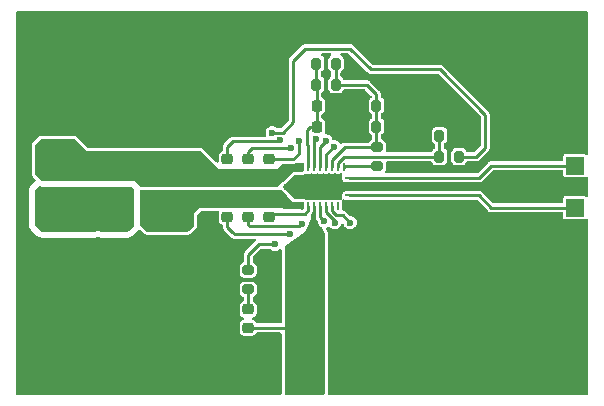
<source format=gbr>
%TF.GenerationSoftware,KiCad,Pcbnew,(7.0.0)*%
%TF.CreationDate,2023-04-29T18:10:18-05:00*%
%TF.ProjectId,WiHi,57694869-2e6b-4696-9361-645f70636258,-*%
%TF.SameCoordinates,PX795bdf0PY68e3130*%
%TF.FileFunction,Copper,L1,Top*%
%TF.FilePolarity,Positive*%
%FSLAX46Y46*%
G04 Gerber Fmt 4.6, Leading zero omitted, Abs format (unit mm)*
G04 Created by KiCad (PCBNEW (7.0.0)) date 2023-04-29 18:10:18*
%MOMM*%
%LPD*%
G01*
G04 APERTURE LIST*
G04 Aperture macros list*
%AMRoundRect*
0 Rectangle with rounded corners*
0 $1 Rounding radius*
0 $2 $3 $4 $5 $6 $7 $8 $9 X,Y pos of 4 corners*
0 Add a 4 corners polygon primitive as box body*
4,1,4,$2,$3,$4,$5,$6,$7,$8,$9,$2,$3,0*
0 Add four circle primitives for the rounded corners*
1,1,$1+$1,$2,$3*
1,1,$1+$1,$4,$5*
1,1,$1+$1,$6,$7*
1,1,$1+$1,$8,$9*
0 Add four rect primitives between the rounded corners*
20,1,$1+$1,$2,$3,$4,$5,0*
20,1,$1+$1,$4,$5,$6,$7,0*
20,1,$1+$1,$6,$7,$8,$9,0*
20,1,$1+$1,$8,$9,$2,$3,0*%
%AMFreePoly0*
4,1,13,0.375000,1.525000,1.025000,1.525000,1.025000,-1.525000,0.375000,-1.525000,0.375000,-1.925000,-0.375000,-1.925000,-0.375000,-1.525000,-1.025000,-1.525000,-1.025000,1.525000,-0.375000,1.525000,-0.375000,1.925000,0.375000,1.925000,0.375000,1.525000,0.375000,1.525000,$1*%
G04 Aperture macros list end*
%TA.AperFunction,SMDPad,CuDef*%
%ADD10RoundRect,0.250000X1.450000X-0.312500X1.450000X0.312500X-1.450000X0.312500X-1.450000X-0.312500X0*%
%TD*%
%TA.AperFunction,SMDPad,CuDef*%
%ADD11R,1.500000X1.500000*%
%TD*%
%TA.AperFunction,SMDPad,CuDef*%
%ADD12RoundRect,0.050400X0.249600X-0.069600X0.249600X0.069600X-0.249600X0.069600X-0.249600X-0.069600X0*%
%TD*%
%TA.AperFunction,SMDPad,CuDef*%
%ADD13RoundRect,0.050400X0.069600X-0.249600X0.069600X0.249600X-0.069600X0.249600X-0.069600X-0.249600X0*%
%TD*%
%TA.AperFunction,SMDPad,CuDef*%
%ADD14FreePoly0,90.000000*%
%TD*%
%TA.AperFunction,SMDPad,CuDef*%
%ADD15RoundRect,0.050000X0.250000X-0.050000X0.250000X0.050000X-0.250000X0.050000X-0.250000X-0.050000X0*%
%TD*%
%TA.AperFunction,SMDPad,CuDef*%
%ADD16RoundRect,0.200000X0.200000X0.275000X-0.200000X0.275000X-0.200000X-0.275000X0.200000X-0.275000X0*%
%TD*%
%TA.AperFunction,SMDPad,CuDef*%
%ADD17RoundRect,0.200000X0.275000X-0.200000X0.275000X0.200000X-0.275000X0.200000X-0.275000X-0.200000X0*%
%TD*%
%TA.AperFunction,SMDPad,CuDef*%
%ADD18RoundRect,0.200000X-0.200000X-0.275000X0.200000X-0.275000X0.200000X0.275000X-0.200000X0.275000X0*%
%TD*%
%TA.AperFunction,SMDPad,CuDef*%
%ADD19RoundRect,0.218750X-0.256250X0.218750X-0.256250X-0.218750X0.256250X-0.218750X0.256250X0.218750X0*%
%TD*%
%TA.AperFunction,SMDPad,CuDef*%
%ADD20RoundRect,0.225000X-0.250000X0.225000X-0.250000X-0.225000X0.250000X-0.225000X0.250000X0.225000X0*%
%TD*%
%TA.AperFunction,SMDPad,CuDef*%
%ADD21RoundRect,0.225000X-0.225000X-0.250000X0.225000X-0.250000X0.225000X0.250000X-0.225000X0.250000X0*%
%TD*%
%TA.AperFunction,SMDPad,CuDef*%
%ADD22RoundRect,0.225000X0.225000X0.250000X-0.225000X0.250000X-0.225000X-0.250000X0.225000X-0.250000X0*%
%TD*%
%TA.AperFunction,SMDPad,CuDef*%
%ADD23RoundRect,0.225000X0.250000X-0.225000X0.250000X0.225000X-0.250000X0.225000X-0.250000X-0.225000X0*%
%TD*%
%TA.AperFunction,ViaPad*%
%ADD24C,0.600000*%
%TD*%
%TA.AperFunction,Conductor*%
%ADD25C,0.250000*%
%TD*%
G04 APERTURE END LIST*
D10*
%TO.P,Coil,1,1*%
%TO.N,/Wireless Power Reciever Qi/RX1*%
X3810000Y16658500D03*
%TO.P,Coil,2,2*%
%TO.N,/Wireless Power Reciever Qi/AC2*%
X3810000Y20933500D03*
%TD*%
D11*
%TO.P,EN2,1,1*%
%TO.N,/Wireless Power Reciever Qi/EN2*%
X47751999Y19811999D03*
%TD*%
%TO.P,EN1,1,1*%
%TO.N,/Wireless Power Reciever Qi/EN1*%
X47751999Y16255999D03*
%TD*%
D12*
%TO.P,U1,1,PGND*%
%TO.N,GND*%
X24266000Y17284000D03*
D13*
%TO.P,U1,2,AC1*%
%TO.N,/Wireless Power Reciever Qi/AC1*%
X24666000Y16384000D03*
%TO.P,U1,3,BOOT1*%
%TO.N,/Wireless Power Reciever Qi/BOOT1*%
X25166000Y16384000D03*
%TO.P,U1,4,OUT*%
%TO.N,/Wireless Power Reciever Qi/Qi_Vout*%
X25666000Y16384000D03*
%TO.P,U1,5,CLAMP1*%
%TO.N,/Wireless Power Reciever Qi/CLAMP1*%
X26166000Y16384000D03*
%TO.P,U1,6,COMM1*%
%TO.N,/Wireless Power Reciever Qi/COMM1*%
X26666000Y16384000D03*
%TO.P,U1,7,~{CHG}*%
%TO.N,/Wireless Power Reciever Qi/CHG*%
X27166000Y16384000D03*
%TO.P,U1,8,~{AD-EN}*%
%TO.N,unconnected-(U1-~{AD-EN}-Pad8)*%
X27666000Y16384000D03*
%TO.P,U1,9,AD*%
%TO.N,GND*%
X28166000Y16384000D03*
D12*
%TO.P,U1,10,EN1*%
%TO.N,/Wireless Power Reciever Qi/EN1*%
X28566000Y17284000D03*
%TO.P,U1,11,EN2*%
%TO.N,/Wireless Power Reciever Qi/EN2*%
X28566000Y18784000D03*
D13*
%TO.P,U1,12,ILIM*%
%TO.N,/Wireless Power Reciever Qi/ILIM*%
X28166000Y19684000D03*
%TO.P,U1,13,TS/CTRL*%
%TO.N,/Wireless Power Reciever Qi/TSCTRL*%
X27666000Y19684000D03*
%TO.P,U1,14,FOD*%
%TO.N,/Wireless Power Reciever Qi/FOD*%
X27166000Y19684000D03*
%TO.P,U1,15,COMM2*%
%TO.N,/Wireless Power Reciever Qi/COMM2*%
X26666000Y19684000D03*
%TO.P,U1,16,CLAMP2*%
%TO.N,/Wireless Power Reciever Qi/CLAMP2*%
X26166000Y19684000D03*
%TO.P,U1,17,BOOT2*%
%TO.N,/Wireless Power Reciever Qi/BOOT2*%
X25666000Y19684000D03*
%TO.P,U1,18,RECT*%
%TO.N,/Wireless Power Reciever Qi/RECT*%
X25166000Y19684000D03*
%TO.P,U1,19,AC2*%
%TO.N,/Wireless Power Reciever Qi/AC2*%
X24666000Y19684000D03*
D12*
%TO.P,U1,20,PGND*%
%TO.N,GND*%
X24266000Y18784000D03*
D14*
%TO.P,U1,21,PGND*%
X26416000Y18034000D03*
D15*
X28566000Y18309000D03*
X24266000Y18309000D03*
X28566000Y17759000D03*
X24266000Y17759000D03*
%TD*%
D11*
%TO.P,GND,1,1*%
%TO.N,GND*%
X28574999Y1422399D03*
%TD*%
%TO.P,5V,1,1*%
%TO.N,/Wireless Power Reciever Qi/Qi_Vout*%
X24891999Y1422399D03*
%TD*%
D16*
%TO.P,R7,2*%
%TO.N,/Wireless Power Reciever Qi/TSCTRL*%
X36259000Y20574000D03*
%TO.P,R7,1*%
%TO.N,/Wireless Power Reciever Qi/Qi_Vout*%
X37909000Y20574000D03*
%TD*%
%TO.P,R6,2*%
%TO.N,/Wireless Power Reciever Qi/RECT*%
X25845000Y28448000D03*
%TO.P,R6,1*%
%TO.N,/Wireless Power Reciever Qi/FOD*%
X27495000Y28448000D03*
%TD*%
%TO.P,R5,1*%
%TO.N,GND*%
X32575000Y24892000D03*
%TO.P,R5,2*%
%TO.N,/Wireless Power Reciever Qi/FOD*%
X30925000Y24892000D03*
%TD*%
D17*
%TO.P,R4,1*%
%TO.N,Net-(D1-K)*%
X20066000Y9335000D03*
%TO.P,R4,2*%
%TO.N,/Wireless Power Reciever Qi/CHG*%
X20066000Y10985000D03*
%TD*%
D18*
%TO.P,R3,2*%
%TO.N,/Wireless Power Reciever Qi/FOD*%
X27495000Y26670000D03*
%TO.P,R3,1*%
%TO.N,/Wireless Power Reciever Qi/RECT*%
X25845000Y26670000D03*
%TD*%
D16*
%TO.P,R2,1*%
%TO.N,GND*%
X32575000Y23114000D03*
%TO.P,R2,2*%
%TO.N,/Wireless Power Reciever Qi/FOD*%
X30925000Y23114000D03*
%TD*%
D17*
%TO.P,R1,1*%
%TO.N,/Wireless Power Reciever Qi/ILIM*%
X30988000Y19749000D03*
%TO.P,R1,2*%
%TO.N,/Wireless Power Reciever Qi/FOD*%
X30988000Y21399000D03*
%TD*%
D18*
%TO.P,NTC1,1*%
%TO.N,/Wireless Power Reciever Qi/TSCTRL*%
X36259000Y22352000D03*
%TO.P,NTC1,2*%
%TO.N,GND*%
X37909000Y22352000D03*
%TD*%
D19*
%TO.P,D1,1,K*%
%TO.N,Net-(D1-K)*%
X20066000Y7645500D03*
%TO.P,D1,2,A*%
%TO.N,/Wireless Power Reciever Qi/Qi_Vout*%
X20066000Y6070500D03*
%TD*%
D20*
%TO.P,C15,1*%
%TO.N,/Wireless Power Reciever Qi/AC2*%
X16002000Y18809000D03*
%TO.P,C15,2*%
%TO.N,/Wireless Power Reciever Qi/AC1*%
X16002000Y17259000D03*
%TD*%
D21*
%TO.P,C14,1*%
%TO.N,/Wireless Power Reciever Qi/RX1*%
X9893000Y15240000D03*
%TO.P,C14,2*%
%TO.N,/Wireless Power Reciever Qi/AC1*%
X11443000Y15240000D03*
%TD*%
D22*
%TO.P,C13,1*%
%TO.N,GND*%
X27445000Y10160000D03*
%TO.P,C13,2*%
%TO.N,/Wireless Power Reciever Qi/Qi_Vout*%
X25895000Y10160000D03*
%TD*%
%TO.P,C12,1*%
%TO.N,GND*%
X27445000Y11938000D03*
%TO.P,C12,2*%
%TO.N,/Wireless Power Reciever Qi/Qi_Vout*%
X25895000Y11938000D03*
%TD*%
%TO.P,C11,1*%
%TO.N,GND*%
X27445000Y13716000D03*
%TO.P,C11,2*%
%TO.N,/Wireless Power Reciever Qi/Qi_Vout*%
X25895000Y13716000D03*
%TD*%
%TO.P,C10,2*%
%TO.N,/Wireless Power Reciever Qi/RECT*%
X25895000Y24892000D03*
%TO.P,C10,1*%
%TO.N,GND*%
X27445000Y24892000D03*
%TD*%
%TO.P,C9,2*%
%TO.N,/Wireless Power Reciever Qi/RECT*%
X25895000Y23114000D03*
%TO.P,C9,1*%
%TO.N,GND*%
X27445000Y23114000D03*
%TD*%
D23*
%TO.P,C8,1*%
%TO.N,/Wireless Power Reciever Qi/AC2*%
X20066000Y18783000D03*
%TO.P,C8,2*%
%TO.N,/Wireless Power Reciever Qi/CLAMP2*%
X20066000Y20333000D03*
%TD*%
%TO.P,C7,1*%
%TO.N,/Wireless Power Reciever Qi/AC2*%
X18288000Y18783000D03*
%TO.P,C7,2*%
%TO.N,/Wireless Power Reciever Qi/COMM2*%
X18288000Y20333000D03*
%TD*%
%TO.P,C6,1*%
%TO.N,/Wireless Power Reciever Qi/AC2*%
X21844000Y18783000D03*
%TO.P,C6,2*%
%TO.N,/Wireless Power Reciever Qi/BOOT2*%
X21844000Y20333000D03*
%TD*%
D20*
%TO.P,C5,1*%
%TO.N,/Wireless Power Reciever Qi/AC1*%
X21844000Y17031000D03*
%TO.P,C5,2*%
%TO.N,/Wireless Power Reciever Qi/BOOT1*%
X21844000Y15481000D03*
%TD*%
%TO.P,C4,1*%
%TO.N,/Wireless Power Reciever Qi/AC1*%
X18288000Y17031000D03*
%TO.P,C4,2*%
%TO.N,/Wireless Power Reciever Qi/COMM1*%
X18288000Y15481000D03*
%TD*%
%TO.P,C3,1*%
%TO.N,/Wireless Power Reciever Qi/AC1*%
X20066000Y17031000D03*
%TO.P,C3,2*%
%TO.N,/Wireless Power Reciever Qi/CLAMP1*%
X20066000Y15481000D03*
%TD*%
%TO.P,C2,1*%
%TO.N,/Wireless Power Reciever Qi/AC2*%
X13526000Y18809000D03*
%TO.P,C2,2*%
%TO.N,/Wireless Power Reciever Qi/AC1*%
X13526000Y17259000D03*
%TD*%
D21*
%TO.P,C1,1*%
%TO.N,/Wireless Power Reciever Qi/RX1*%
X9893000Y17272000D03*
%TO.P,C1,2*%
%TO.N,/Wireless Power Reciever Qi/AC1*%
X11443000Y17272000D03*
%TD*%
D24*
%TO.N,GND*%
X21844000Y10058400D03*
X21844000Y7594600D03*
X28448000Y23114000D03*
X28448000Y24892000D03*
%TO.N,/Wireless Power Reciever Qi/Qi_Vout*%
X23622000Y11430000D03*
X22098000Y22606000D03*
%TO.N,GND*%
X38862000Y22352000D03*
X2286000Y13462000D03*
X7366000Y13462000D03*
X12446000Y13462000D03*
X17526000Y13462000D03*
X32766000Y13462000D03*
X27686000Y8382000D03*
X32766000Y8382000D03*
X42926000Y8382000D03*
X37846000Y8382000D03*
X37846000Y13462000D03*
X42926000Y13462000D03*
X48006000Y13462000D03*
X48006000Y8382000D03*
X48006000Y3302000D03*
X42926000Y3302000D03*
X37846000Y3302000D03*
X32766000Y3302000D03*
X22606000Y3302000D03*
X17526000Y8382000D03*
X17526000Y3302000D03*
X12446000Y3302000D03*
X12446000Y8382000D03*
X7366000Y8382000D03*
X7366000Y3302000D03*
X2286000Y3302000D03*
X2286000Y8382000D03*
X2286000Y23622000D03*
X7366000Y23622000D03*
X12446000Y23622000D03*
X17526000Y23622000D03*
X22606000Y23622000D03*
X37846000Y23622000D03*
X42926000Y23622000D03*
X48006000Y23622000D03*
X48006000Y28702000D03*
X42926000Y28702000D03*
X37846000Y28702000D03*
X32766000Y28702000D03*
X22606000Y28702000D03*
X17526000Y28702000D03*
X12446000Y28702000D03*
X7366000Y28702000D03*
X2286000Y28702000D03*
X47752000Y18034000D03*
X42164000Y18034000D03*
X35814000Y18034000D03*
X29464000Y18034000D03*
X23368000Y18034000D03*
X26416000Y17526000D03*
X26416000Y18542000D03*
X25400000Y18542000D03*
X27432000Y18542000D03*
X27432000Y17526000D03*
X25400000Y17526000D03*
%TO.N,/Wireless Power Reciever Qi/COMM2*%
X27322257Y21416761D03*
X22771983Y21981500D03*
%TO.N,/Wireless Power Reciever Qi/CLAMP2*%
X23723600Y21259800D03*
X26670000Y21894800D03*
%TO.N,/Wireless Power Reciever Qi/BOOT2*%
X24384000Y21920200D03*
X25769900Y22098000D03*
%TO.N,GND*%
X28625800Y3225800D03*
X29692600Y3225800D03*
X27584400Y3225800D03*
X33553400Y23114000D03*
X33553400Y24892000D03*
X28600400Y14122400D03*
X28600400Y13258800D03*
X28600400Y12344400D03*
X28600400Y11480800D03*
X28600400Y10591800D03*
X28600400Y9677400D03*
%TO.N,/Wireless Power Reciever Qi/CHG*%
X28702000Y14986000D03*
X22352000Y13157200D03*
%TO.N,/Wireless Power Reciever Qi/COMM1*%
X27402419Y14984335D03*
X23571200Y13995400D03*
%TO.N,/Wireless Power Reciever Qi/CLAMP1*%
X24585746Y14877100D03*
X26516087Y15111487D03*
%TD*%
D25*
%TO.N,/Wireless Power Reciever Qi/RECT*%
X25166000Y21504316D02*
X25166000Y19684000D01*
X25323800Y23114000D02*
X25009000Y22799200D01*
X25895000Y23114000D02*
X25323800Y23114000D01*
X25009000Y22799200D02*
X25009000Y21661316D01*
X25009000Y21661316D02*
X25166000Y21504316D01*
%TO.N,/Wireless Power Reciever Qi/BOOT1*%
X22085600Y15722600D02*
X21844000Y15481000D01*
X24854696Y15722600D02*
X22085600Y15722600D01*
X25166000Y16033904D02*
X24854696Y15722600D01*
X25166000Y16384000D02*
X25166000Y16033904D01*
%TO.N,/Wireless Power Reciever Qi/CLAMP2*%
X26670000Y21894800D02*
X26166000Y21390800D01*
X26166000Y21390800D02*
X26166000Y19684000D01*
%TO.N,/Wireless Power Reciever Qi/COMM2*%
X26666000Y20760504D02*
X26666000Y19684000D01*
X27322257Y21416761D02*
X26666000Y20760504D01*
X18288000Y21386800D02*
X18288000Y20333000D01*
X22654183Y21863700D02*
X18764900Y21863700D01*
X22771983Y21981500D02*
X22654183Y21863700D01*
X18764900Y21863700D02*
X18288000Y21386800D01*
%TO.N,/Wireless Power Reciever Qi/FOD*%
X27166000Y20268900D02*
X27166000Y19684000D01*
X28283900Y21386800D02*
X27166000Y20268900D01*
X30988000Y21399000D02*
X30975800Y21386800D01*
X30975800Y21386800D02*
X28283900Y21386800D01*
%TO.N,/Wireless Power Reciever Qi/CHG*%
X27545265Y15609335D02*
X27166000Y15988600D01*
X28078665Y15609335D02*
X27545265Y15609335D01*
X28702000Y14986000D02*
X28078665Y15609335D01*
X27166000Y15988600D02*
X27166000Y16384000D01*
%TO.N,/Wireless Power Reciever Qi/CLAMP1*%
X26166000Y15464600D02*
X26166000Y16384000D01*
X26516087Y15114513D02*
X26166000Y15464600D01*
X26516087Y15111487D02*
X26516087Y15114513D01*
%TO.N,/Wireless Power Reciever Qi/Qi_Vout*%
X22976149Y22606000D02*
X22098000Y22606000D01*
X23876000Y28448000D02*
X23876000Y23505851D01*
X23876000Y23505851D02*
X22976149Y22606000D01*
X23876000Y28702000D02*
X23876000Y28448000D01*
X24892000Y29718000D02*
X23876000Y28702000D01*
X28702000Y29718000D02*
X24892000Y29718000D01*
X30464462Y27955538D02*
X28702000Y29718000D01*
X36306462Y27955538D02*
X30464462Y27955538D01*
X40132000Y24130000D02*
X36306462Y27955538D01*
X40132000Y21336000D02*
X40132000Y24130000D01*
X39370000Y20574000D02*
X40132000Y21336000D01*
X37909000Y20574000D02*
X39370000Y20574000D01*
%TO.N,/Wireless Power Reciever Qi/ILIM*%
X28231000Y19749000D02*
X28166000Y19684000D01*
X30988000Y19749000D02*
X28231000Y19749000D01*
%TO.N,/Wireless Power Reciever Qi/TSCTRL*%
X36259000Y20574000D02*
X28205904Y20574000D01*
X27666000Y20034096D02*
X28205904Y20574000D01*
X27666000Y19684000D02*
X27666000Y20034096D01*
X36259000Y20574000D02*
X36259000Y22352000D01*
%TO.N,/Wireless Power Reciever Qi/BOOT2*%
X25666000Y21994100D02*
X25666000Y19684000D01*
X25769900Y22098000D02*
X25666000Y21994100D01*
%TO.N,/Wireless Power Reciever Qi/EN1*%
X40640000Y16256000D02*
X47752000Y16256000D01*
X39612000Y17284000D02*
X40640000Y16256000D01*
X28566000Y17284000D02*
X39612000Y17284000D01*
%TO.N,/Wireless Power Reciever Qi/EN2*%
X40640000Y19812000D02*
X47752000Y19812000D01*
X28566000Y18784000D02*
X39612000Y18784000D01*
X39612000Y18784000D02*
X40640000Y19812000D01*
%TO.N,/Wireless Power Reciever Qi/CLAMP2*%
X20066000Y20929600D02*
X20066000Y20333000D01*
X20396200Y21259800D02*
X20066000Y20929600D01*
X23723600Y21259800D02*
X20396200Y21259800D01*
%TO.N,/Wireless Power Reciever Qi/BOOT2*%
X23889000Y20333000D02*
X21844000Y20333000D01*
X24384000Y20828000D02*
X23889000Y20333000D01*
X24384000Y21920200D02*
X24384000Y20828000D01*
%TO.N,/Wireless Power Reciever Qi/FOD*%
X30925000Y21462000D02*
X30988000Y21399000D01*
X30925000Y23114000D02*
X30925000Y21462000D01*
X30099000Y26670000D02*
X30925000Y25844000D01*
X30925000Y25844000D02*
X30925000Y24892000D01*
X27495000Y26670000D02*
X30099000Y26670000D01*
X30925000Y24892000D02*
X30925000Y23114000D01*
X27495000Y28448000D02*
X27495000Y26670000D01*
%TO.N,/Wireless Power Reciever Qi/RECT*%
X25845000Y26670000D02*
X25845000Y28448000D01*
X25895000Y26620000D02*
X25845000Y26670000D01*
X25895000Y24892000D02*
X25895000Y26620000D01*
X25895000Y23114000D02*
X25895000Y24892000D01*
%TO.N,/Wireless Power Reciever Qi/Qi_Vout*%
X24866500Y6070500D02*
X24892000Y6096000D01*
X24892000Y6096000D02*
X24892000Y1422400D01*
X24892000Y9157000D02*
X24892000Y6096000D01*
X20066000Y6070500D02*
X24866500Y6070500D01*
%TO.N,/Wireless Power Reciever Qi/COMM1*%
X26670000Y16380000D02*
X26666000Y16384000D01*
X26670000Y15840751D02*
X26670000Y16380000D01*
X27402419Y15108332D02*
X26670000Y15840751D01*
X27402419Y14984335D02*
X27402419Y15108332D01*
%TO.N,/Wireless Power Reciever Qi/CHG*%
X20955000Y13131800D02*
X22326600Y13131800D01*
X20066000Y12242800D02*
X20955000Y13131800D01*
X22326600Y13131800D02*
X22352000Y13157200D01*
X20066000Y10985000D02*
X20066000Y12242800D01*
%TO.N,Net-(D1-K)*%
X20066000Y7645500D02*
X20066000Y9335000D01*
%TO.N,/Wireless Power Reciever Qi/CLAMP1*%
X24364446Y14655800D02*
X20193000Y14655800D01*
X24585746Y14877100D02*
X24364446Y14655800D01*
X20193000Y14655800D02*
X20066000Y14782800D01*
X20066000Y14782800D02*
X20066000Y15481000D01*
%TO.N,/Wireless Power Reciever Qi/COMM1*%
X18694400Y14224000D02*
X18923000Y13995400D01*
X18923000Y13995400D02*
X23571200Y13995400D01*
X18288000Y14630400D02*
X18694400Y14224000D01*
X18288000Y15481000D02*
X18288000Y14630400D01*
%TO.N,/Wireless Power Reciever Qi/Qi_Vout*%
X25895000Y10160000D02*
X24892000Y9157000D01*
X25895000Y11938000D02*
X25895000Y10160000D01*
X25895000Y13716000D02*
X25895000Y11938000D01*
X25666000Y13945000D02*
X25895000Y13716000D01*
X25666000Y16384000D02*
X25666000Y13945000D01*
%TD*%
%TA.AperFunction,Conductor*%
%TO.N,/Wireless Power Reciever Qi/RX1*%
G36*
X2410938Y18066245D02*
G01*
X2445355Y18055804D01*
X2493573Y18046213D01*
X2496596Y18045916D01*
X2496598Y18045915D01*
X2520614Y18043550D01*
X2592190Y18036500D01*
X10106138Y18036500D01*
X10153591Y18027061D01*
X10193819Y18000181D01*
X10377681Y17816319D01*
X10404561Y17776091D01*
X10414000Y17728638D01*
X10414000Y14783362D01*
X10404561Y14735909D01*
X10377681Y14695681D01*
X9942319Y14260319D01*
X9902091Y14233439D01*
X9854638Y14224000D01*
X7633107Y14224000D01*
X7592152Y14230958D01*
X7551824Y14245070D01*
X7551819Y14245072D01*
X7545255Y14247368D01*
X7538335Y14248148D01*
X7538334Y14248148D01*
X7372923Y14266785D01*
X7366000Y14267565D01*
X7359077Y14266785D01*
X7193665Y14248148D01*
X7193662Y14248148D01*
X7186745Y14247368D01*
X7180182Y14245072D01*
X7180175Y14245070D01*
X7139848Y14230958D01*
X7098893Y14224000D01*
X2591362Y14224000D01*
X2543909Y14233439D01*
X2503681Y14260319D01*
X2068319Y14695681D01*
X2041439Y14735909D01*
X2032000Y14783362D01*
X2032000Y17728638D01*
X2041439Y17776091D01*
X2068319Y17816319D01*
X2068318Y17816319D01*
X2287265Y18035266D01*
X2344814Y18067867D01*
X2410938Y18066245D01*
G37*
%TD.AperFunction*%
%TD*%
%TA.AperFunction,Conductor*%
%TO.N,/Wireless Power Reciever Qi/AC1*%
G36*
X22857561Y17767006D02*
G01*
X22901795Y17730704D01*
X22964872Y17648500D01*
X22972526Y17638526D01*
X22979076Y17633500D01*
X23088357Y17549645D01*
X23087803Y17548924D01*
X23101869Y17538132D01*
X23368000Y17272000D01*
X23876000Y16764000D01*
X24665500Y16764000D01*
X24728500Y16747119D01*
X24774619Y16701000D01*
X24791500Y16638000D01*
X24791500Y16477291D01*
X24789818Y16456993D01*
X24786500Y16447327D01*
X24786500Y16436885D01*
X24786500Y16243288D01*
X24776909Y16195070D01*
X24749595Y16154193D01*
X24734407Y16139005D01*
X24693530Y16111691D01*
X24645312Y16102100D01*
X23342147Y16102100D01*
X23302302Y16108566D01*
X22869635Y16252789D01*
X22869631Y16252790D01*
X22860000Y16256000D01*
X22849843Y16256000D01*
X16014410Y16256000D01*
X16002000Y16256000D01*
X15993227Y16247228D01*
X15993224Y16247225D01*
X15502775Y15756776D01*
X15502772Y15756773D01*
X15494000Y15748000D01*
X15494000Y15735590D01*
X15494000Y14784190D01*
X15484409Y14735972D01*
X15457095Y14695095D01*
X15022905Y14260905D01*
X14982028Y14233591D01*
X14933810Y14224000D01*
X11482190Y14224000D01*
X11433972Y14233591D01*
X11393095Y14260905D01*
X10958905Y14695095D01*
X10931591Y14735972D01*
X10922000Y14784190D01*
X10922000Y17648500D01*
X10938881Y17711500D01*
X10985000Y17757619D01*
X11048000Y17774500D01*
X22550717Y17774500D01*
X22553809Y17774500D01*
X22603489Y17779393D01*
X22615840Y17780000D01*
X22801833Y17780000D01*
X22857561Y17767006D01*
G37*
%TD.AperFunction*%
%TD*%
%TA.AperFunction,Conductor*%
%TO.N,/Wireless Power Reciever Qi/Qi_Vout*%
G36*
X25714902Y16031161D02*
G01*
X25767108Y15984673D01*
X25786500Y15917511D01*
X25786500Y15517026D01*
X25783818Y15491170D01*
X25781581Y15480500D01*
X25782872Y15470143D01*
X25782872Y15470140D01*
X25785532Y15448804D01*
X25785858Y15443543D01*
X25786070Y15443560D01*
X25786500Y15438367D01*
X25786500Y15433157D01*
X25787356Y15428026D01*
X25787357Y15428016D01*
X25789956Y15412440D01*
X25790705Y15407297D01*
X25793473Y15385098D01*
X25797248Y15354817D01*
X25800777Y15347597D01*
X25802100Y15339673D01*
X25807065Y15330498D01*
X25807066Y15330496D01*
X25827255Y15293190D01*
X25829638Y15288561D01*
X25848290Y15250407D01*
X25848292Y15250404D01*
X25852874Y15241032D01*
X25858558Y15235348D01*
X25862381Y15228284D01*
X25870061Y15221214D01*
X25901284Y15192471D01*
X25905041Y15188865D01*
X25922673Y15171233D01*
X25946584Y15137867D01*
X25958500Y15098585D01*
X25966832Y15035300D01*
X25975859Y14966733D01*
X25979018Y14959105D01*
X25979019Y14959104D01*
X26028571Y14839474D01*
X26028572Y14839471D01*
X26031732Y14831844D01*
X26036758Y14825293D01*
X26036760Y14825291D01*
X26094342Y14750250D01*
X26120613Y14716013D01*
X26236444Y14627132D01*
X26244073Y14623972D01*
X26266477Y14614692D01*
X26302115Y14592326D01*
X26328403Y14559474D01*
X26527144Y14201741D01*
X26543000Y14140550D01*
X26543000Y526500D01*
X26526119Y463500D01*
X26480000Y417381D01*
X26417000Y400500D01*
X23290800Y400500D01*
X23227800Y417381D01*
X23181681Y463500D01*
X23164800Y526500D01*
X23164800Y3296103D01*
X23164800Y3298316D01*
X23165285Y3302000D01*
X23164800Y3305684D01*
X23164800Y12865216D01*
X23178240Y12921839D01*
X23215691Y12966383D01*
X24841200Y14173200D01*
X25028762Y14540172D01*
X25040981Y14559509D01*
X25070101Y14597457D01*
X25119727Y14717267D01*
X25123927Y14726364D01*
X25425400Y15316200D01*
X25425400Y15705455D01*
X25433099Y15748823D01*
X25454657Y15785869D01*
X25456580Y15787790D01*
X25468774Y15804871D01*
X25471880Y15809037D01*
X25504375Y15850785D01*
X25506984Y15858385D01*
X25511653Y15864924D01*
X25526737Y15915598D01*
X25528328Y15920561D01*
X25532612Y15933037D01*
X25541328Y15958427D01*
X25581478Y16015651D01*
X25645951Y16042668D01*
X25714902Y16031161D01*
G37*
%TD.AperFunction*%
%TD*%
%TA.AperFunction,Conductor*%
%TO.N,GND*%
G36*
X28170738Y16945417D02*
G01*
X28245384Y16912458D01*
X28270880Y16909500D01*
X28472709Y16909500D01*
X28493007Y16907819D01*
X28502673Y16904500D01*
X39402616Y16904500D01*
X39450834Y16894909D01*
X39491711Y16867595D01*
X40334581Y16024725D01*
X40350963Y16004554D01*
X40356932Y15995418D01*
X40373981Y15982148D01*
X40382139Y15975799D01*
X40386089Y15972311D01*
X40386226Y15972472D01*
X40390200Y15969106D01*
X40393887Y15965419D01*
X40410999Y15953201D01*
X40415141Y15950112D01*
X40456881Y15917625D01*
X40464482Y15915016D01*
X40471021Y15910347D01*
X40521729Y15895252D01*
X40526607Y15893689D01*
X40576673Y15876500D01*
X40584711Y15876500D01*
X40592410Y15874208D01*
X40645224Y15876393D01*
X40650430Y15876500D01*
X46621501Y15876500D01*
X46684501Y15859619D01*
X46730620Y15813500D01*
X46747501Y15750500D01*
X46747501Y15480934D01*
X46762266Y15406699D01*
X46818516Y15322516D01*
X46902699Y15266266D01*
X46976933Y15251500D01*
X48527066Y15251501D01*
X48601301Y15266266D01*
X48679497Y15318516D01*
X48743317Y15339599D01*
X48808896Y15324873D01*
X48857574Y15278528D01*
X48875500Y15213751D01*
X48875500Y526500D01*
X48858619Y463500D01*
X48812500Y417381D01*
X48749500Y400500D01*
X26928500Y400500D01*
X26865500Y417381D01*
X26819381Y463500D01*
X26802500Y526500D01*
X26802500Y14136555D01*
X26802500Y14140550D01*
X26794204Y14205643D01*
X26778348Y14266834D01*
X26753988Y14327766D01*
X26752050Y14331254D01*
X26752046Y14331263D01*
X26695219Y14433549D01*
X26679550Y14501621D01*
X26702549Y14567579D01*
X26757143Y14611149D01*
X26795730Y14627132D01*
X26810223Y14638254D01*
X26870477Y14663214D01*
X26935144Y14654703D01*
X26986890Y14614997D01*
X27000640Y14597077D01*
X27006945Y14588861D01*
X27013495Y14583835D01*
X27104520Y14513988D01*
X27122776Y14499980D01*
X27257665Y14444107D01*
X27402419Y14425050D01*
X27547173Y14444107D01*
X27682062Y14499980D01*
X27797893Y14588861D01*
X27886774Y14704692D01*
X27936146Y14823887D01*
X27970723Y14871478D01*
X28023140Y14898186D01*
X28081968Y14898186D01*
X28134384Y14871478D01*
X28168963Y14823885D01*
X28214484Y14713987D01*
X28214485Y14713984D01*
X28217645Y14706357D01*
X28222671Y14699806D01*
X28222673Y14699804D01*
X28301499Y14597077D01*
X28306526Y14590526D01*
X28313076Y14585500D01*
X28376280Y14537001D01*
X28422357Y14501645D01*
X28557246Y14445772D01*
X28702000Y14426715D01*
X28846754Y14445772D01*
X28981643Y14501645D01*
X29097474Y14590526D01*
X29186355Y14706357D01*
X29242228Y14841246D01*
X29261285Y14986000D01*
X29242228Y15130754D01*
X29186355Y15265642D01*
X29097474Y15381474D01*
X29053575Y15415159D01*
X28988196Y15465327D01*
X28988194Y15465329D01*
X28981643Y15470355D01*
X28974016Y15473515D01*
X28974013Y15473516D01*
X28854383Y15523068D01*
X28854382Y15523069D01*
X28846754Y15526228D01*
X28838566Y15527306D01*
X28718387Y15543128D01*
X28679105Y15555044D01*
X28645739Y15578955D01*
X28384083Y15840611D01*
X28367697Y15860787D01*
X28361733Y15869917D01*
X28353490Y15876333D01*
X28353489Y15876334D01*
X28336519Y15889543D01*
X28332573Y15893028D01*
X28332436Y15892865D01*
X28328467Y15896227D01*
X28324778Y15899916D01*
X28320535Y15902946D01*
X28320531Y15902949D01*
X28307699Y15912111D01*
X28303528Y15915221D01*
X28270024Y15941298D01*
X28270018Y15941301D01*
X28261784Y15947710D01*
X28254182Y15950320D01*
X28247644Y15954988D01*
X28196967Y15970075D01*
X28192041Y15971653D01*
X28141992Y15988835D01*
X28140147Y15988835D01*
X28091880Y16009218D01*
X28054076Y16053851D01*
X28040500Y16110745D01*
X28040500Y16675473D01*
X28040500Y16679120D01*
X28037542Y16704616D01*
X28004583Y16779262D01*
X27994111Y16838296D01*
X28012112Y16895490D01*
X28054510Y16937888D01*
X28111704Y16955889D01*
X28170738Y16945417D01*
G37*
%TD.AperFunction*%
%TA.AperFunction,Conductor*%
G36*
X48812500Y32856619D02*
G01*
X48858619Y32810500D01*
X48875500Y32747500D01*
X48875500Y20854249D01*
X48857574Y20789472D01*
X48808896Y20743127D01*
X48743317Y20728401D01*
X48679498Y20749484D01*
X48611620Y20794839D01*
X48611619Y20794840D01*
X48601301Y20801734D01*
X48589131Y20804155D01*
X48589128Y20804156D01*
X48533135Y20815293D01*
X48527067Y20816500D01*
X48520880Y20816500D01*
X46983122Y20816500D01*
X46983111Y20816500D01*
X46976934Y20816499D01*
X46970868Y20815293D01*
X46970862Y20815292D01*
X46914874Y20804156D01*
X46914871Y20804156D01*
X46902699Y20801734D01*
X46892379Y20794839D01*
X46892378Y20794838D01*
X46828832Y20752378D01*
X46828829Y20752376D01*
X46818516Y20745484D01*
X46811624Y20735171D01*
X46811622Y20735168D01*
X46769161Y20671621D01*
X46769159Y20671619D01*
X46762266Y20661301D01*
X46759845Y20649133D01*
X46759844Y20649129D01*
X46751507Y20607213D01*
X46747500Y20587067D01*
X46747500Y20580880D01*
X46747500Y20317500D01*
X46730619Y20254500D01*
X46684500Y20208381D01*
X46621500Y20191500D01*
X40692426Y20191500D01*
X40666569Y20194182D01*
X40666263Y20194246D01*
X40666116Y20194277D01*
X40666115Y20194278D01*
X40655900Y20196419D01*
X40645542Y20195128D01*
X40645539Y20195128D01*
X40624204Y20192468D01*
X40618944Y20192142D01*
X40618962Y20191930D01*
X40613770Y20191500D01*
X40608557Y20191500D01*
X40603419Y20190643D01*
X40603409Y20190642D01*
X40587849Y20188046D01*
X40582710Y20187297D01*
X40540574Y20182044D01*
X40540568Y20182043D01*
X40530218Y20180752D01*
X40522998Y20177223D01*
X40515073Y20175900D01*
X40505897Y20170935D01*
X40505893Y20170933D01*
X40468582Y20150741D01*
X40463956Y20148360D01*
X40425807Y20129710D01*
X40425803Y20129708D01*
X40416432Y20125126D01*
X40410747Y20119442D01*
X40403684Y20115619D01*
X40396619Y20107945D01*
X40396613Y20107940D01*
X40367880Y20076728D01*
X40364277Y20072973D01*
X39491711Y19200405D01*
X39450833Y19173091D01*
X39402615Y19163500D01*
X31786653Y19163500D01*
X31724674Y19179798D01*
X31678729Y19224474D01*
X31660702Y19285972D01*
X31671761Y19333390D01*
X31669369Y19334227D01*
X31669368Y19334227D01*
X31714621Y19463549D01*
X31717500Y19494251D01*
X31717499Y20003748D01*
X31714621Y20034451D01*
X31712104Y20041644D01*
X31712562Y20097401D01*
X31737062Y20147521D01*
X31780800Y20182150D01*
X31835203Y20194500D01*
X35524643Y20194500D01*
X35575029Y20183987D01*
X35617007Y20154203D01*
X35643571Y20110119D01*
X35652631Y20084227D01*
X35733990Y19973990D01*
X35844227Y19892631D01*
X35973549Y19847379D01*
X36004251Y19844500D01*
X36513748Y19844501D01*
X36544451Y19847379D01*
X36673773Y19892631D01*
X36784010Y19973990D01*
X36865369Y20084227D01*
X36910621Y20213549D01*
X36913500Y20244251D01*
X36913499Y20903748D01*
X36910621Y20934451D01*
X36865369Y21063773D01*
X36784010Y21174010D01*
X36774147Y21181289D01*
X36689678Y21243631D01*
X36652020Y21288228D01*
X36638500Y21345010D01*
X36638500Y21580990D01*
X36652020Y21637772D01*
X36689678Y21682369D01*
X36719676Y21704509D01*
X36784010Y21751990D01*
X36865369Y21862227D01*
X36910621Y21991549D01*
X36913500Y22022251D01*
X36913499Y22681748D01*
X36910621Y22712451D01*
X36865369Y22841773D01*
X36784010Y22952010D01*
X36766841Y22964681D01*
X36703353Y23011538D01*
X36673773Y23033369D01*
X36664860Y23036488D01*
X36664858Y23036489D01*
X36551688Y23076089D01*
X36551685Y23076090D01*
X36544451Y23078621D01*
X36536821Y23079337D01*
X36536819Y23079337D01*
X36516685Y23081225D01*
X36516678Y23081226D01*
X36513749Y23081500D01*
X36510795Y23081500D01*
X36007188Y23081500D01*
X36007166Y23081500D01*
X36004252Y23081499D01*
X36001330Y23081226D01*
X36001327Y23081225D01*
X35981184Y23079337D01*
X35981181Y23079337D01*
X35973549Y23078621D01*
X35966312Y23076089D01*
X35966309Y23076088D01*
X35853141Y23036489D01*
X35853136Y23036487D01*
X35844227Y23033369D01*
X35836631Y23027764D01*
X35836629Y23027762D01*
X35741582Y22957614D01*
X35741578Y22957611D01*
X35733990Y22952010D01*
X35728389Y22944422D01*
X35728386Y22944418D01*
X35658238Y22849371D01*
X35658236Y22849369D01*
X35652631Y22841773D01*
X35649513Y22832864D01*
X35649511Y22832859D01*
X35609911Y22719689D01*
X35609909Y22719684D01*
X35607379Y22712451D01*
X35604500Y22681749D01*
X35604500Y22678797D01*
X35604500Y22678796D01*
X35604500Y22025189D01*
X35604500Y22025168D01*
X35604501Y22022252D01*
X35604774Y22019330D01*
X35604775Y22019328D01*
X35606083Y22005369D01*
X35607379Y21991549D01*
X35609911Y21984311D01*
X35609912Y21984310D01*
X35648003Y21875451D01*
X35652631Y21862227D01*
X35658238Y21854630D01*
X35725981Y21762841D01*
X35733990Y21751990D01*
X35741582Y21746387D01*
X35828322Y21682369D01*
X35865980Y21637772D01*
X35879500Y21580990D01*
X35879500Y21345010D01*
X35865980Y21288228D01*
X35828322Y21243631D01*
X35741582Y21179614D01*
X35741578Y21179611D01*
X35733990Y21174010D01*
X35728389Y21166422D01*
X35728386Y21166418D01*
X35658238Y21071371D01*
X35658236Y21071369D01*
X35652631Y21063773D01*
X35646209Y21045418D01*
X35643572Y21037883D01*
X35617007Y20993797D01*
X35575029Y20964013D01*
X35524643Y20953500D01*
X31835203Y20953500D01*
X31780799Y20965851D01*
X31737060Y21000481D01*
X31712561Y21050603D01*
X31712106Y21106363D01*
X31714621Y21113549D01*
X31717500Y21144251D01*
X31717499Y21653748D01*
X31714621Y21684451D01*
X31669369Y21813773D01*
X31588010Y21924010D01*
X31477773Y22005369D01*
X31468860Y22008488D01*
X31468858Y22008489D01*
X31421085Y22025205D01*
X31388883Y22036474D01*
X31344798Y22063036D01*
X31315013Y22105015D01*
X31304500Y22155401D01*
X31304500Y22342990D01*
X31318020Y22399772D01*
X31355678Y22444369D01*
X31389749Y22469515D01*
X31450010Y22513990D01*
X31531369Y22624227D01*
X31576621Y22753549D01*
X31579500Y22784251D01*
X31579499Y23443748D01*
X31576621Y23474451D01*
X31531369Y23603773D01*
X31450010Y23714010D01*
X31442417Y23719614D01*
X31355678Y23783631D01*
X31318020Y23828228D01*
X31304500Y23885010D01*
X31304500Y24120990D01*
X31318020Y24177772D01*
X31355678Y24222369D01*
X31397481Y24253222D01*
X31450010Y24291990D01*
X31531369Y24402227D01*
X31576621Y24531549D01*
X31579500Y24562251D01*
X31579499Y25221748D01*
X31576621Y25252451D01*
X31531369Y25381773D01*
X31450010Y25492010D01*
X31372014Y25549574D01*
X31355678Y25561631D01*
X31318020Y25606228D01*
X31304500Y25663010D01*
X31304500Y25791578D01*
X31307182Y25817435D01*
X31307275Y25817881D01*
X31309418Y25828100D01*
X31305467Y25859790D01*
X31305140Y25865055D01*
X31304930Y25865037D01*
X31304500Y25870225D01*
X31304500Y25875443D01*
X31301038Y25896182D01*
X31300295Y25901280D01*
X31293752Y25953783D01*
X31290222Y25961004D01*
X31288900Y25968927D01*
X31283933Y25978106D01*
X31283931Y25978111D01*
X31263734Y26015431D01*
X31261363Y26020035D01*
X31238126Y26067568D01*
X31232441Y26073253D01*
X31228619Y26080316D01*
X31189714Y26116131D01*
X31185957Y26119737D01*
X30404418Y26901276D01*
X30388032Y26921452D01*
X30382068Y26930582D01*
X30373825Y26936998D01*
X30373824Y26936999D01*
X30356854Y26950208D01*
X30352908Y26953693D01*
X30352771Y26953530D01*
X30348802Y26956892D01*
X30345113Y26960581D01*
X30340870Y26963611D01*
X30340866Y26963614D01*
X30328034Y26972776D01*
X30323863Y26975886D01*
X30290359Y27001963D01*
X30290353Y27001966D01*
X30282119Y27008375D01*
X30274517Y27010985D01*
X30267979Y27015653D01*
X30217302Y27030740D01*
X30212376Y27032318D01*
X30162327Y27049500D01*
X30154289Y27049500D01*
X30146590Y27051792D01*
X30136161Y27051361D01*
X30136159Y27051361D01*
X30093786Y27049608D01*
X30088579Y27049500D01*
X28229357Y27049500D01*
X28178971Y27060013D01*
X28136993Y27089797D01*
X28110428Y27133883D01*
X28101369Y27159773D01*
X28020010Y27270010D01*
X28012417Y27275614D01*
X27925678Y27339631D01*
X27888020Y27384228D01*
X27874500Y27441010D01*
X27874500Y27676990D01*
X27888020Y27733772D01*
X27925678Y27778369D01*
X27955530Y27800402D01*
X28020010Y27847990D01*
X28101369Y27958227D01*
X28146621Y28087549D01*
X28149500Y28118251D01*
X28149499Y28777748D01*
X28146621Y28808451D01*
X28101369Y28937773D01*
X28020010Y29048010D01*
X27934497Y29111122D01*
X27894993Y29159535D01*
X27883605Y29220976D01*
X27903137Y29280332D01*
X27948784Y29323005D01*
X28009320Y29338500D01*
X28492616Y29338500D01*
X28540834Y29328909D01*
X28581711Y29301595D01*
X30159043Y27724263D01*
X30175425Y27704092D01*
X30181394Y27694956D01*
X30189635Y27688542D01*
X30206601Y27675337D01*
X30210551Y27671849D01*
X30210688Y27672010D01*
X30214662Y27668644D01*
X30218349Y27664957D01*
X30235461Y27652739D01*
X30239603Y27649650D01*
X30281343Y27617163D01*
X30288944Y27614554D01*
X30295483Y27609885D01*
X30346191Y27594790D01*
X30351069Y27593227D01*
X30401135Y27576038D01*
X30409173Y27576038D01*
X30416872Y27573746D01*
X30469686Y27575931D01*
X30474892Y27576038D01*
X36097078Y27576038D01*
X36145296Y27566447D01*
X36186173Y27539133D01*
X39715595Y24009711D01*
X39742909Y23968834D01*
X39752500Y23920616D01*
X39752500Y21545384D01*
X39742909Y21497166D01*
X39715595Y21456289D01*
X39249711Y20990405D01*
X39208834Y20963091D01*
X39160616Y20953500D01*
X38643357Y20953500D01*
X38592971Y20964013D01*
X38550993Y20993797D01*
X38524428Y21037883D01*
X38523749Y21039823D01*
X38515369Y21063773D01*
X38434010Y21174010D01*
X38421334Y21183365D01*
X38389427Y21206914D01*
X38323773Y21255369D01*
X38314860Y21258488D01*
X38314858Y21258489D01*
X38201688Y21298089D01*
X38201685Y21298090D01*
X38194451Y21300621D01*
X38186821Y21301337D01*
X38186819Y21301337D01*
X38166685Y21303225D01*
X38166678Y21303226D01*
X38163749Y21303500D01*
X38160795Y21303500D01*
X37657188Y21303500D01*
X37657166Y21303500D01*
X37654252Y21303499D01*
X37651330Y21303226D01*
X37651327Y21303225D01*
X37631184Y21301337D01*
X37631181Y21301337D01*
X37623549Y21300621D01*
X37616312Y21298089D01*
X37616309Y21298088D01*
X37503141Y21258489D01*
X37503136Y21258487D01*
X37494227Y21255369D01*
X37486631Y21249764D01*
X37486629Y21249762D01*
X37391582Y21179614D01*
X37391578Y21179611D01*
X37383990Y21174010D01*
X37378389Y21166422D01*
X37378386Y21166418D01*
X37308238Y21071371D01*
X37308236Y21071369D01*
X37302631Y21063773D01*
X37299513Y21054864D01*
X37299511Y21054859D01*
X37259911Y20941689D01*
X37259909Y20941684D01*
X37257379Y20934451D01*
X37254500Y20903749D01*
X37254500Y20900797D01*
X37254500Y20900796D01*
X37254500Y20247189D01*
X37254500Y20247168D01*
X37254501Y20244252D01*
X37257379Y20213549D01*
X37259911Y20206311D01*
X37259912Y20206310D01*
X37298951Y20094742D01*
X37302631Y20084227D01*
X37383990Y19973990D01*
X37494227Y19892631D01*
X37623549Y19847379D01*
X37654251Y19844500D01*
X38163748Y19844501D01*
X38194451Y19847379D01*
X38323773Y19892631D01*
X38434010Y19973990D01*
X38515369Y20084227D01*
X38524428Y20110119D01*
X38550993Y20154203D01*
X38592971Y20183987D01*
X38643357Y20194500D01*
X39317574Y20194500D01*
X39343430Y20191819D01*
X39354100Y20189581D01*
X39385795Y20193532D01*
X39391053Y20193859D01*
X39391036Y20194070D01*
X39396223Y20194500D01*
X39401443Y20194500D01*
X39422187Y20197963D01*
X39427250Y20198701D01*
X39479783Y20205248D01*
X39487003Y20208778D01*
X39494927Y20210100D01*
X39541411Y20235258D01*
X39546043Y20237641D01*
X39593568Y20260874D01*
X39599252Y20266559D01*
X39606316Y20270381D01*
X39642154Y20309313D01*
X39645713Y20313021D01*
X40363276Y21030584D01*
X40383456Y21046971D01*
X40392582Y21052932D01*
X40412206Y21078147D01*
X40415714Y21082063D01*
X40415524Y21082224D01*
X40418886Y21086193D01*
X40422581Y21089887D01*
X40434794Y21106995D01*
X40437865Y21111113D01*
X40470375Y21152881D01*
X40472984Y21160483D01*
X40477653Y21167021D01*
X40492749Y21217735D01*
X40494315Y21222620D01*
X40511500Y21272673D01*
X40511500Y21280711D01*
X40513792Y21288410D01*
X40511607Y21341225D01*
X40511500Y21346430D01*
X40511500Y24077574D01*
X40514182Y24103433D01*
X40516419Y24114100D01*
X40512468Y24145796D01*
X40512141Y24151053D01*
X40511931Y24151035D01*
X40511500Y24156231D01*
X40511500Y24161443D01*
X40508039Y24182183D01*
X40507294Y24187299D01*
X40500752Y24239782D01*
X40497222Y24247002D01*
X40495900Y24254927D01*
X40470727Y24301442D01*
X40468361Y24306039D01*
X40449711Y24344188D01*
X40445126Y24353568D01*
X40439441Y24359253D01*
X40435619Y24366316D01*
X40396714Y24402131D01*
X40392957Y24405737D01*
X36611880Y28186814D01*
X36595494Y28206990D01*
X36589530Y28216120D01*
X36581287Y28222536D01*
X36581286Y28222537D01*
X36564316Y28235746D01*
X36560370Y28239231D01*
X36560233Y28239068D01*
X36556264Y28242430D01*
X36552575Y28246119D01*
X36548332Y28249149D01*
X36548328Y28249152D01*
X36535496Y28258314D01*
X36531325Y28261424D01*
X36497821Y28287501D01*
X36497815Y28287504D01*
X36489581Y28293913D01*
X36481979Y28296523D01*
X36475441Y28301191D01*
X36424764Y28316278D01*
X36419838Y28317856D01*
X36369789Y28335038D01*
X36361751Y28335038D01*
X36354052Y28337330D01*
X36343623Y28336899D01*
X36343621Y28336899D01*
X36301248Y28335146D01*
X36296041Y28335038D01*
X30673846Y28335038D01*
X30625628Y28344629D01*
X30584751Y28371943D01*
X29007418Y29949276D01*
X28991032Y29969452D01*
X28985068Y29978582D01*
X28976825Y29984998D01*
X28976824Y29984999D01*
X28959854Y29998208D01*
X28955908Y30001693D01*
X28955771Y30001530D01*
X28951802Y30004892D01*
X28948113Y30008581D01*
X28943870Y30011611D01*
X28943866Y30011614D01*
X28931034Y30020776D01*
X28926863Y30023886D01*
X28893359Y30049963D01*
X28893353Y30049966D01*
X28885119Y30056375D01*
X28877517Y30058985D01*
X28870979Y30063653D01*
X28820302Y30078740D01*
X28815376Y30080318D01*
X28765327Y30097500D01*
X28757289Y30097500D01*
X28749590Y30099792D01*
X28739161Y30099361D01*
X28739159Y30099361D01*
X28696786Y30097608D01*
X28691579Y30097500D01*
X24944426Y30097500D01*
X24918569Y30100182D01*
X24918263Y30100246D01*
X24918116Y30100277D01*
X24918115Y30100278D01*
X24907900Y30102419D01*
X24897542Y30101128D01*
X24897539Y30101128D01*
X24876204Y30098468D01*
X24870943Y30098142D01*
X24870961Y30097930D01*
X24865768Y30097500D01*
X24860557Y30097500D01*
X24855422Y30096644D01*
X24855418Y30096643D01*
X24839843Y30094044D01*
X24834698Y30093295D01*
X24792572Y30088043D01*
X24792571Y30088043D01*
X24782217Y30086752D01*
X24774996Y30083223D01*
X24767073Y30081900D01*
X24757900Y30076937D01*
X24757891Y30076933D01*
X24720567Y30056735D01*
X24715943Y30054354D01*
X24706962Y30049963D01*
X24668432Y30031126D01*
X24662747Y30025442D01*
X24655684Y30021619D01*
X24648619Y30013945D01*
X24648613Y30013940D01*
X24619868Y29982715D01*
X24616264Y29978960D01*
X23644724Y29007420D01*
X23624553Y28991038D01*
X23624161Y28990783D01*
X23624151Y28990775D01*
X23615418Y28985068D01*
X23609007Y28976833D01*
X23609003Y28976828D01*
X23595789Y28959851D01*
X23592324Y28955884D01*
X23592464Y28955765D01*
X23589105Y28951801D01*
X23585419Y28948113D01*
X23582395Y28943879D01*
X23582389Y28943871D01*
X23573211Y28931017D01*
X23570105Y28926853D01*
X23544036Y28893359D01*
X23544031Y28893350D01*
X23537625Y28885119D01*
X23535015Y28877518D01*
X23530347Y28870979D01*
X23527371Y28860986D01*
X23527369Y28860980D01*
X23515259Y28820305D01*
X23513672Y28815350D01*
X23499887Y28775196D01*
X23499886Y28775191D01*
X23496500Y28765327D01*
X23496500Y28757289D01*
X23494208Y28749590D01*
X23494639Y28739163D01*
X23494639Y28739160D01*
X23496392Y28696786D01*
X23496500Y28691579D01*
X23496500Y23715235D01*
X23486909Y23667017D01*
X23459595Y23626140D01*
X22855860Y23022405D01*
X22814983Y22995091D01*
X22766765Y22985500D01*
X22557062Y22985500D01*
X22516560Y22992187D01*
X22480361Y23011536D01*
X22377643Y23090355D01*
X22370016Y23093515D01*
X22370013Y23093516D01*
X22250383Y23143068D01*
X22250382Y23143069D01*
X22242754Y23146228D01*
X22234571Y23147306D01*
X22234565Y23147307D01*
X22106188Y23164207D01*
X22098000Y23165285D01*
X22089812Y23164207D01*
X21961431Y23147306D01*
X21961427Y23147306D01*
X21953246Y23146228D01*
X21945627Y23143073D01*
X21945619Y23143070D01*
X21825986Y23093515D01*
X21825983Y23093514D01*
X21818358Y23090355D01*
X21811810Y23085332D01*
X21811807Y23085329D01*
X21709071Y23006497D01*
X21709067Y23006494D01*
X21702526Y23001474D01*
X21697506Y22994933D01*
X21697503Y22994929D01*
X21618671Y22892193D01*
X21618668Y22892190D01*
X21613645Y22885642D01*
X21610486Y22878017D01*
X21610485Y22878014D01*
X21560930Y22758381D01*
X21560927Y22758373D01*
X21557772Y22750754D01*
X21556694Y22742573D01*
X21556694Y22742569D01*
X21543228Y22640282D01*
X21538715Y22606000D01*
X21539793Y22597812D01*
X21556693Y22469435D01*
X21556694Y22469429D01*
X21557772Y22461246D01*
X21560931Y22453618D01*
X21560932Y22453617D01*
X21575926Y22417418D01*
X21584910Y22356850D01*
X21564282Y22299198D01*
X21518913Y22258078D01*
X21459517Y22243200D01*
X18817322Y22243200D01*
X18791465Y22245882D01*
X18791019Y22245976D01*
X18791014Y22245977D01*
X18780800Y22248118D01*
X18770441Y22246827D01*
X18770439Y22246827D01*
X18749111Y22244168D01*
X18743842Y22243841D01*
X18743860Y22243630D01*
X18738666Y22243200D01*
X18733457Y22243200D01*
X18728327Y22242345D01*
X18728314Y22242343D01*
X18712721Y22239741D01*
X18707577Y22238992D01*
X18665473Y22233743D01*
X18665472Y22233743D01*
X18655117Y22232452D01*
X18647896Y22228923D01*
X18639973Y22227600D01*
X18630800Y22222637D01*
X18630791Y22222633D01*
X18593467Y22202435D01*
X18588843Y22200054D01*
X18572807Y22192214D01*
X18541332Y22176826D01*
X18535647Y22171142D01*
X18528584Y22167319D01*
X18521519Y22159645D01*
X18521513Y22159640D01*
X18492768Y22128415D01*
X18489164Y22124660D01*
X18056724Y21692220D01*
X18036553Y21675838D01*
X18036161Y21675583D01*
X18036151Y21675575D01*
X18027418Y21669868D01*
X18021007Y21661633D01*
X18021003Y21661628D01*
X18007789Y21644651D01*
X18004327Y21640687D01*
X18004467Y21640569D01*
X18001104Y21636599D01*
X17997419Y21632913D01*
X17994396Y21628680D01*
X17994390Y21628672D01*
X17985218Y21615825D01*
X17982109Y21611656D01*
X17956037Y21578158D01*
X17956035Y21578156D01*
X17949625Y21569919D01*
X17947015Y21562318D01*
X17942347Y21555779D01*
X17939371Y21545786D01*
X17939369Y21545780D01*
X17927259Y21505105D01*
X17925672Y21500150D01*
X17911887Y21459996D01*
X17911886Y21459991D01*
X17908500Y21450127D01*
X17908500Y21442089D01*
X17906208Y21434390D01*
X17906639Y21423963D01*
X17906639Y21423960D01*
X17908392Y21381586D01*
X17908500Y21376379D01*
X17908500Y21108950D01*
X17898327Y21059350D01*
X17869450Y21017760D01*
X17826533Y20990895D01*
X17814283Y20986326D01*
X17814278Y20986324D01*
X17805837Y20983175D01*
X17798624Y20977777D01*
X17798623Y20977775D01*
X17702667Y20905943D01*
X17702663Y20905940D01*
X17695456Y20900544D01*
X17690060Y20893337D01*
X17690057Y20893333D01*
X17623300Y20804156D01*
X17612825Y20790163D01*
X17609677Y20781723D01*
X17609676Y20781721D01*
X17595282Y20743127D01*
X17564640Y20660973D01*
X17563797Y20653142D01*
X17563797Y20653137D01*
X17558859Y20607213D01*
X17558857Y20607194D01*
X17558500Y20603864D01*
X17558500Y20600497D01*
X17558500Y20196678D01*
X17544767Y20139475D01*
X17506561Y20094742D01*
X17452211Y20072229D01*
X17393564Y20076845D01*
X17343405Y20107583D01*
X16224585Y21226403D01*
X16222399Y21228589D01*
X16196600Y21249762D01*
X16185482Y21258887D01*
X16185480Y21258889D01*
X16183079Y21260859D01*
X16157189Y21278159D01*
X16144783Y21286449D01*
X16144773Y21286455D01*
X16142202Y21288173D01*
X16139468Y21289635D01*
X16139462Y21289638D01*
X16102795Y21309237D01*
X16097336Y21312155D01*
X16091420Y21313950D01*
X16091412Y21313953D01*
X16051618Y21326024D01*
X16051609Y21326027D01*
X16048653Y21326923D01*
X16045619Y21327527D01*
X16045617Y21327527D01*
X16003476Y21335910D01*
X16003458Y21335913D01*
X16000435Y21336514D01*
X15997361Y21336817D01*
X15997346Y21336819D01*
X15952890Y21341197D01*
X15952882Y21341198D01*
X15949810Y21341500D01*
X15946718Y21341500D01*
X6509678Y21341500D01*
X6461460Y21351091D01*
X6420583Y21378405D01*
X5556585Y22242403D01*
X5554399Y22244589D01*
X5515079Y22276859D01*
X5489343Y22294056D01*
X5476783Y22302449D01*
X5476773Y22302455D01*
X5474202Y22304173D01*
X5471468Y22305635D01*
X5471462Y22305638D01*
X5434795Y22325237D01*
X5429336Y22328155D01*
X5423420Y22329950D01*
X5423412Y22329953D01*
X5383618Y22342024D01*
X5383609Y22342027D01*
X5380653Y22342923D01*
X5377619Y22343527D01*
X5377617Y22343527D01*
X5335476Y22351910D01*
X5335458Y22351913D01*
X5332435Y22352514D01*
X5329361Y22352817D01*
X5329346Y22352819D01*
X5284890Y22357197D01*
X5284882Y22357198D01*
X5281810Y22357500D01*
X2592190Y22357500D01*
X2589117Y22357198D01*
X2589109Y22357197D01*
X2544653Y22352819D01*
X2544635Y22352817D01*
X2541565Y22352514D01*
X2538544Y22351914D01*
X2538523Y22351910D01*
X2496382Y22343527D01*
X2496375Y22343526D01*
X2493347Y22342923D01*
X2490394Y22342028D01*
X2490381Y22342024D01*
X2450587Y22329953D01*
X2450575Y22329949D01*
X2444664Y22328155D01*
X2439208Y22325239D01*
X2439204Y22325237D01*
X2402537Y22305638D01*
X2402522Y22305630D01*
X2399798Y22304173D01*
X2397234Y22302461D01*
X2397216Y22302449D01*
X2361508Y22278588D01*
X2361502Y22278585D01*
X2358921Y22276859D01*
X2356529Y22274897D01*
X2356517Y22274887D01*
X2321987Y22246548D01*
X2321977Y22246540D01*
X2319601Y22244589D01*
X2317424Y22242413D01*
X2317414Y22242403D01*
X1887597Y21812586D01*
X1887587Y21812576D01*
X1885411Y21810399D01*
X1883460Y21808023D01*
X1883452Y21808013D01*
X1855113Y21773483D01*
X1855103Y21773471D01*
X1853141Y21771079D01*
X1851415Y21768498D01*
X1851412Y21768492D01*
X1827551Y21732784D01*
X1827539Y21732766D01*
X1825827Y21730202D01*
X1824370Y21727478D01*
X1824362Y21727463D01*
X1804763Y21690796D01*
X1804761Y21690792D01*
X1801845Y21685336D01*
X1800051Y21679425D01*
X1800047Y21679413D01*
X1787976Y21639619D01*
X1787972Y21639606D01*
X1787077Y21636653D01*
X1786474Y21633625D01*
X1786473Y21633618D01*
X1778090Y21591477D01*
X1778086Y21591456D01*
X1777486Y21588435D01*
X1777183Y21585365D01*
X1777181Y21585347D01*
X1772803Y21540891D01*
X1772500Y21537810D01*
X1772500Y19102190D01*
X1772802Y19099118D01*
X1772803Y19099110D01*
X1777181Y19054654D01*
X1777183Y19054639D01*
X1777486Y19051565D01*
X1778087Y19048542D01*
X1778090Y19048524D01*
X1781995Y19028895D01*
X1787077Y19003347D01*
X1787973Y19000391D01*
X1787976Y19000382D01*
X1800047Y18960588D01*
X1800050Y18960580D01*
X1801845Y18954664D01*
X1825827Y18909798D01*
X1827545Y18907227D01*
X1827551Y18907217D01*
X1835399Y18895473D01*
X1853141Y18868921D01*
X1885411Y18829601D01*
X1887596Y18827416D01*
X1887597Y18827415D01*
X2050702Y18664310D01*
X2084657Y18602319D01*
X2079890Y18531798D01*
X2037902Y18474940D01*
X1954346Y18411366D01*
X1929823Y18392708D01*
X1926817Y18389703D01*
X1926810Y18389696D01*
X1713079Y18175965D01*
X1713069Y18175955D01*
X1710876Y18173761D01*
X1708907Y18171363D01*
X1708899Y18171353D01*
X1649977Y18099557D01*
X1649963Y18099539D01*
X1648008Y18097156D01*
X1646298Y18094598D01*
X1646287Y18094582D01*
X1622849Y18059504D01*
X1622838Y18059487D01*
X1621129Y18056928D01*
X1619672Y18054204D01*
X1619667Y18054194D01*
X1577332Y17974992D01*
X1577327Y17974982D01*
X1574417Y17969536D01*
X1572624Y17963626D01*
X1572621Y17963618D01*
X1546549Y17877669D01*
X1546544Y17877653D01*
X1545652Y17874709D01*
X1545048Y17871675D01*
X1545048Y17871673D01*
X1536817Y17830298D01*
X1536813Y17830277D01*
X1536213Y17827256D01*
X1535910Y17824186D01*
X1535908Y17824168D01*
X1526803Y17731719D01*
X1526500Y17728638D01*
X1526500Y14783362D01*
X1526802Y14780290D01*
X1526803Y14780282D01*
X1535908Y14687833D01*
X1535910Y14687818D01*
X1536213Y14684744D01*
X1536814Y14681721D01*
X1536817Y14681703D01*
X1543383Y14648696D01*
X1545652Y14637291D01*
X1546548Y14634335D01*
X1546551Y14634326D01*
X1572621Y14548384D01*
X1572624Y14548376D01*
X1574419Y14542460D01*
X1621134Y14455065D01*
X1622846Y14452502D01*
X1622849Y14452498D01*
X1641189Y14425050D01*
X1648014Y14414837D01*
X1710877Y14338239D01*
X2146239Y13902877D01*
X2222837Y13840014D01*
X2263065Y13813134D01*
X2350460Y13766419D01*
X2356380Y13764623D01*
X2356383Y13764622D01*
X2388485Y13754884D01*
X2445291Y13737652D01*
X2492744Y13728213D01*
X2591362Y13718500D01*
X7096250Y13718500D01*
X7098893Y13718500D01*
X7183561Y13725641D01*
X7224516Y13732599D01*
X7287026Y13748725D01*
X7304384Y13751925D01*
X7351895Y13757277D01*
X7380104Y13757277D01*
X7401346Y13754884D01*
X7427611Y13751925D01*
X7444978Y13748723D01*
X7507484Y13732599D01*
X7548439Y13725641D01*
X7633107Y13718500D01*
X9851546Y13718500D01*
X9854638Y13718500D01*
X9953256Y13728213D01*
X10000709Y13737652D01*
X10095540Y13766419D01*
X10182935Y13813134D01*
X10223163Y13840014D01*
X10299761Y13902877D01*
X10735123Y14338239D01*
X10743231Y14348120D01*
X10800129Y14387501D01*
X10869243Y14390898D01*
X10929728Y14357285D01*
X11209601Y14077411D01*
X11248921Y14045141D01*
X11289798Y14017827D01*
X11334664Y13993845D01*
X11340584Y13992049D01*
X11340587Y13992048D01*
X11360228Y13986091D01*
X11383347Y13979077D01*
X11431565Y13969486D01*
X11482190Y13964500D01*
X14930718Y13964500D01*
X14933810Y13964500D01*
X14984435Y13969486D01*
X15032653Y13979077D01*
X15081336Y13993845D01*
X15126202Y14017827D01*
X15167079Y14045141D01*
X15206399Y14077411D01*
X15640589Y14511601D01*
X15672859Y14550921D01*
X15700173Y14591798D01*
X15724155Y14636664D01*
X15738923Y14685347D01*
X15748514Y14733565D01*
X15753500Y14784190D01*
X15753500Y15588322D01*
X15763091Y15636540D01*
X15790405Y15677417D01*
X16072583Y15959595D01*
X16113460Y15986909D01*
X16161678Y15996500D01*
X17453109Y15996500D01*
X17511510Y15982148D01*
X17556607Y15942361D01*
X17578127Y15886204D01*
X17571165Y15826469D01*
X17567395Y15816361D01*
X17567394Y15816357D01*
X17564640Y15808973D01*
X17563797Y15801142D01*
X17563797Y15801137D01*
X17558859Y15755213D01*
X17558857Y15755194D01*
X17558500Y15751864D01*
X17558500Y15210136D01*
X17558858Y15206806D01*
X17558859Y15206788D01*
X17563797Y15160864D01*
X17564640Y15153027D01*
X17612825Y15023837D01*
X17695456Y14913456D01*
X17805837Y14830825D01*
X17814283Y14827675D01*
X17826533Y14823105D01*
X17869450Y14796240D01*
X17898327Y14754650D01*
X17908500Y14705050D01*
X17908500Y14682826D01*
X17905818Y14656970D01*
X17903581Y14646300D01*
X17904872Y14635943D01*
X17904872Y14635940D01*
X17907532Y14614604D01*
X17907858Y14609343D01*
X17908070Y14609360D01*
X17908500Y14604167D01*
X17908500Y14598957D01*
X17909356Y14593826D01*
X17909357Y14593816D01*
X17911956Y14578240D01*
X17912705Y14573097D01*
X17917788Y14532326D01*
X17919248Y14520617D01*
X17922777Y14513397D01*
X17924100Y14505473D01*
X17929065Y14496298D01*
X17929066Y14496296D01*
X17949255Y14458990D01*
X17951638Y14454361D01*
X17970290Y14416207D01*
X17970292Y14416204D01*
X17974874Y14406832D01*
X17980558Y14401148D01*
X17984381Y14394084D01*
X17992061Y14387014D01*
X18023284Y14358271D01*
X18027041Y14354665D01*
X18617581Y13764125D01*
X18633963Y13743954D01*
X18639932Y13734818D01*
X18648173Y13728404D01*
X18665139Y13715199D01*
X18669089Y13711711D01*
X18669226Y13711872D01*
X18673199Y13708507D01*
X18676886Y13704820D01*
X18681126Y13701793D01*
X18693978Y13692617D01*
X18698155Y13689502D01*
X18739881Y13657025D01*
X18747480Y13654416D01*
X18754020Y13649747D01*
X18764022Y13646770D01*
X18764025Y13646768D01*
X18789703Y13639124D01*
X18804694Y13634661D01*
X18809647Y13633074D01*
X18859673Y13615900D01*
X18867710Y13615900D01*
X18875409Y13613608D01*
X18928212Y13615792D01*
X18933420Y13615900D01*
X20597576Y13615900D01*
X20653850Y13602635D01*
X20698276Y13565633D01*
X20721499Y13512686D01*
X20718629Y13454940D01*
X20690271Y13404556D01*
X20682864Y13396511D01*
X20679264Y13392760D01*
X19834724Y12548220D01*
X19814553Y12531838D01*
X19814161Y12531583D01*
X19814151Y12531575D01*
X19805418Y12525868D01*
X19799007Y12517633D01*
X19799003Y12517628D01*
X19785789Y12500651D01*
X19782324Y12496684D01*
X19782464Y12496565D01*
X19779105Y12492601D01*
X19775419Y12488913D01*
X19772395Y12484679D01*
X19772389Y12484671D01*
X19763211Y12471817D01*
X19760105Y12467653D01*
X19734036Y12434159D01*
X19734031Y12434150D01*
X19727625Y12425919D01*
X19725015Y12418318D01*
X19720347Y12411779D01*
X19717371Y12401786D01*
X19717369Y12401780D01*
X19705259Y12361105D01*
X19703672Y12356150D01*
X19689887Y12315996D01*
X19689886Y12315991D01*
X19686500Y12306127D01*
X19686500Y12298089D01*
X19684208Y12290390D01*
X19684639Y12279963D01*
X19684639Y12279960D01*
X19686392Y12237586D01*
X19686500Y12232379D01*
X19686500Y11719357D01*
X19675987Y11668971D01*
X19646203Y11626993D01*
X19602118Y11600429D01*
X19576227Y11591369D01*
X19568631Y11585764D01*
X19568629Y11585762D01*
X19473582Y11515614D01*
X19473578Y11515611D01*
X19465990Y11510010D01*
X19460389Y11502422D01*
X19460386Y11502418D01*
X19390238Y11407371D01*
X19390236Y11407369D01*
X19384631Y11399773D01*
X19381513Y11390864D01*
X19381511Y11390859D01*
X19341911Y11277689D01*
X19341909Y11277684D01*
X19339379Y11270451D01*
X19336500Y11239749D01*
X19336500Y11236797D01*
X19336500Y11236796D01*
X19336500Y10733189D01*
X19336500Y10733168D01*
X19336501Y10730252D01*
X19339379Y10699549D01*
X19384631Y10570227D01*
X19465990Y10459990D01*
X19576227Y10378631D01*
X19705549Y10333379D01*
X19736251Y10330500D01*
X20395748Y10330501D01*
X20426451Y10333379D01*
X20555773Y10378631D01*
X20666010Y10459990D01*
X20747369Y10570227D01*
X20792621Y10699549D01*
X20795500Y10730251D01*
X20795499Y11239748D01*
X20792621Y11270451D01*
X20747369Y11399773D01*
X20666010Y11510010D01*
X20555773Y11591369D01*
X20529881Y11600429D01*
X20485797Y11626993D01*
X20456013Y11668971D01*
X20445500Y11719357D01*
X20445500Y12033416D01*
X20455091Y12081634D01*
X20482405Y12122511D01*
X21075289Y12715395D01*
X21116166Y12742709D01*
X21164384Y12752300D01*
X21926039Y12752300D01*
X21966541Y12745613D01*
X22002743Y12726262D01*
X22072357Y12672845D01*
X22207246Y12616972D01*
X22352000Y12597915D01*
X22496754Y12616972D01*
X22631643Y12672845D01*
X22702598Y12727292D01*
X22766949Y12752721D01*
X22835028Y12740334D01*
X22886299Y12693865D01*
X22905300Y12627328D01*
X22905300Y6576000D01*
X22888419Y6513000D01*
X22842300Y6466881D01*
X22779300Y6450000D01*
X20852524Y6450000D01*
X20788230Y6467638D01*
X20743534Y6513958D01*
X20741883Y6518387D01*
X20660330Y6627330D01*
X20551387Y6708883D01*
X20468102Y6739947D01*
X20418103Y6774136D01*
X20389835Y6827712D01*
X20389835Y6888288D01*
X20418103Y6941864D01*
X20468102Y6976054D01*
X20551387Y7007117D01*
X20660330Y7088670D01*
X20741883Y7197613D01*
X20789441Y7325119D01*
X20795500Y7381478D01*
X20795500Y7909522D01*
X20789441Y7965881D01*
X20741883Y8093387D01*
X20660330Y8202330D01*
X20551387Y8283883D01*
X20542945Y8287032D01*
X20542941Y8287034D01*
X20527466Y8292806D01*
X20484549Y8319671D01*
X20455673Y8361261D01*
X20445500Y8410861D01*
X20445500Y8600643D01*
X20456013Y8651029D01*
X20485797Y8693007D01*
X20529881Y8719572D01*
X20555773Y8728631D01*
X20666010Y8809990D01*
X20747369Y8920227D01*
X20792621Y9049549D01*
X20795500Y9080251D01*
X20795499Y9589748D01*
X20792621Y9620451D01*
X20747369Y9749773D01*
X20666010Y9860010D01*
X20555773Y9941369D01*
X20546860Y9944488D01*
X20546858Y9944489D01*
X20433688Y9984089D01*
X20433685Y9984090D01*
X20426451Y9986621D01*
X20418821Y9987337D01*
X20418819Y9987337D01*
X20398685Y9989225D01*
X20398678Y9989226D01*
X20395749Y9989500D01*
X20392795Y9989500D01*
X19739188Y9989500D01*
X19739166Y9989500D01*
X19736252Y9989499D01*
X19733330Y9989226D01*
X19733327Y9989225D01*
X19713184Y9987337D01*
X19713181Y9987337D01*
X19705549Y9986621D01*
X19698312Y9984089D01*
X19698309Y9984088D01*
X19585141Y9944489D01*
X19585136Y9944487D01*
X19576227Y9941369D01*
X19568631Y9935764D01*
X19568629Y9935762D01*
X19473582Y9865614D01*
X19473578Y9865611D01*
X19465990Y9860010D01*
X19460389Y9852422D01*
X19460386Y9852418D01*
X19390238Y9757371D01*
X19390236Y9757369D01*
X19384631Y9749773D01*
X19381513Y9740864D01*
X19381511Y9740859D01*
X19341911Y9627689D01*
X19341909Y9627684D01*
X19339379Y9620451D01*
X19336500Y9589749D01*
X19336500Y9586797D01*
X19336500Y9586796D01*
X19336500Y9083189D01*
X19336500Y9083168D01*
X19336501Y9080252D01*
X19339379Y9049549D01*
X19384631Y8920227D01*
X19465990Y8809990D01*
X19576227Y8728631D01*
X19602118Y8719572D01*
X19646203Y8693007D01*
X19675987Y8651029D01*
X19686500Y8600643D01*
X19686500Y8410861D01*
X19676327Y8361261D01*
X19647451Y8319671D01*
X19604534Y8292806D01*
X19589058Y8287034D01*
X19589051Y8287031D01*
X19580613Y8283883D01*
X19573404Y8278488D01*
X19573401Y8278485D01*
X19478877Y8207726D01*
X19478873Y8207723D01*
X19471670Y8202330D01*
X19466277Y8195127D01*
X19466274Y8195123D01*
X19395514Y8100598D01*
X19395511Y8100593D01*
X19390117Y8093387D01*
X19386969Y8084950D01*
X19386968Y8084946D01*
X19345316Y7973273D01*
X19342559Y7965881D01*
X19341716Y7958045D01*
X19341715Y7958038D01*
X19336860Y7912873D01*
X19336500Y7909522D01*
X19336500Y7381478D01*
X19336859Y7378131D01*
X19336860Y7378128D01*
X19341715Y7332963D01*
X19341716Y7332958D01*
X19342559Y7325119D01*
X19390117Y7197613D01*
X19471670Y7088670D01*
X19580613Y7007117D01*
X19657665Y6978378D01*
X19663892Y6976055D01*
X19713896Y6941863D01*
X19742165Y6888288D01*
X19742165Y6827712D01*
X19713896Y6774137D01*
X19663892Y6739945D01*
X19589055Y6712032D01*
X19589053Y6712032D01*
X19580613Y6708883D01*
X19573407Y6703489D01*
X19573402Y6703486D01*
X19478877Y6632726D01*
X19478873Y6632723D01*
X19471670Y6627330D01*
X19466277Y6620127D01*
X19466274Y6620123D01*
X19395514Y6525598D01*
X19395511Y6525593D01*
X19390117Y6518387D01*
X19386969Y6509950D01*
X19386968Y6509946D01*
X19345316Y6398273D01*
X19342559Y6390881D01*
X19341716Y6383045D01*
X19341715Y6383038D01*
X19336860Y6337873D01*
X19336500Y6334522D01*
X19336500Y5806478D01*
X19336859Y5803131D01*
X19336860Y5803128D01*
X19341715Y5757963D01*
X19341716Y5757958D01*
X19342559Y5750119D01*
X19390117Y5622613D01*
X19395513Y5615405D01*
X19395513Y5615404D01*
X19471670Y5513670D01*
X19580613Y5432117D01*
X19708119Y5384559D01*
X19764478Y5378500D01*
X20364153Y5378500D01*
X20367522Y5378500D01*
X20423881Y5384559D01*
X20551387Y5432117D01*
X20660330Y5513670D01*
X20741883Y5622613D01*
X20743534Y5627043D01*
X20788230Y5673362D01*
X20852524Y5691000D01*
X22779300Y5691000D01*
X22842300Y5674119D01*
X22888419Y5628000D01*
X22905300Y5565000D01*
X22905300Y3305684D01*
X22905353Y3304874D01*
X22905353Y3299126D01*
X22905300Y3298316D01*
X22905300Y3296271D01*
X22905300Y526500D01*
X22888419Y463500D01*
X22842300Y417381D01*
X22779300Y400500D01*
X526500Y400500D01*
X463500Y417381D01*
X417381Y463500D01*
X400500Y526500D01*
X400500Y32747500D01*
X417381Y32810500D01*
X463500Y32856619D01*
X526500Y32873500D01*
X48749500Y32873500D01*
X48812500Y32856619D01*
G37*
%TD.AperFunction*%
%TA.AperFunction,Conductor*%
G36*
X46684501Y19415619D02*
G01*
X46730620Y19369500D01*
X46747501Y19306500D01*
X46747501Y19036934D01*
X46748707Y19030868D01*
X46748708Y19030863D01*
X46753336Y19007596D01*
X46762266Y18962699D01*
X46769162Y18952379D01*
X46807185Y18895473D01*
X46818516Y18878516D01*
X46902699Y18822266D01*
X46976933Y18807500D01*
X48527066Y18807501D01*
X48601301Y18822266D01*
X48671124Y18868921D01*
X48679498Y18874516D01*
X48743317Y18895599D01*
X48808896Y18880873D01*
X48857574Y18834528D01*
X48875500Y18769751D01*
X48875500Y17298249D01*
X48857574Y17233472D01*
X48808896Y17187127D01*
X48743317Y17172401D01*
X48679498Y17193484D01*
X48611620Y17238839D01*
X48611619Y17238840D01*
X48601301Y17245734D01*
X48589131Y17248155D01*
X48589128Y17248156D01*
X48533135Y17259293D01*
X48527067Y17260500D01*
X48520880Y17260500D01*
X46983122Y17260500D01*
X46983111Y17260500D01*
X46976934Y17260499D01*
X46970868Y17259293D01*
X46970862Y17259292D01*
X46914874Y17248156D01*
X46914871Y17248156D01*
X46902699Y17245734D01*
X46892379Y17238839D01*
X46892378Y17238838D01*
X46828832Y17196378D01*
X46828829Y17196376D01*
X46818516Y17189484D01*
X46811624Y17179171D01*
X46811622Y17179168D01*
X46769161Y17115621D01*
X46769159Y17115619D01*
X46762266Y17105301D01*
X46759845Y17093133D01*
X46759844Y17093129D01*
X46749099Y17039105D01*
X46747500Y17031067D01*
X46747500Y17024880D01*
X46747500Y16761500D01*
X46730619Y16698500D01*
X46684500Y16652381D01*
X46621500Y16635500D01*
X40849384Y16635500D01*
X40801166Y16645091D01*
X40760289Y16672405D01*
X39917418Y17515276D01*
X39901032Y17535452D01*
X39895068Y17544582D01*
X39886825Y17550998D01*
X39886824Y17550999D01*
X39869854Y17564208D01*
X39865908Y17567693D01*
X39865771Y17567530D01*
X39861802Y17570892D01*
X39858113Y17574581D01*
X39853870Y17577611D01*
X39853866Y17577614D01*
X39841034Y17586776D01*
X39836863Y17589886D01*
X39803359Y17615963D01*
X39803353Y17615966D01*
X39795119Y17622375D01*
X39787517Y17624985D01*
X39780979Y17629653D01*
X39730302Y17644740D01*
X39725376Y17646318D01*
X39675327Y17663500D01*
X39667289Y17663500D01*
X39659590Y17665792D01*
X39649161Y17665361D01*
X39649159Y17665361D01*
X39606786Y17663608D01*
X39601579Y17663500D01*
X28534557Y17663500D01*
X28514883Y17660218D01*
X28494156Y17658500D01*
X28270880Y17658500D01*
X28267266Y17658081D01*
X28267253Y17658080D01*
X28254798Y17656635D01*
X28254792Y17656634D01*
X28245384Y17655542D01*
X28236716Y17651715D01*
X28236713Y17651714D01*
X28151789Y17614217D01*
X28151786Y17614216D01*
X28141105Y17609499D01*
X28132849Y17601244D01*
X28132846Y17601241D01*
X28068759Y17537154D01*
X28068756Y17537151D01*
X28060501Y17528895D01*
X28055784Y17518214D01*
X28055783Y17518211D01*
X28018286Y17433287D01*
X28018285Y17433284D01*
X28014458Y17424616D01*
X28013366Y17415208D01*
X28013365Y17415202D01*
X28011920Y17402747D01*
X28011919Y17402734D01*
X28011500Y17399120D01*
X28011500Y17168880D01*
X28011919Y17165266D01*
X28011920Y17165254D01*
X28013365Y17152799D01*
X28013366Y17152795D01*
X28014458Y17143384D01*
X28018285Y17134715D01*
X28018286Y17134714D01*
X28047415Y17068742D01*
X28057887Y17009704D01*
X28039887Y16952511D01*
X27997489Y16910113D01*
X27940296Y16892113D01*
X27881258Y16902585D01*
X27815286Y16931714D01*
X27815285Y16931715D01*
X27806616Y16935542D01*
X27797205Y16936634D01*
X27797201Y16936635D01*
X27784746Y16938080D01*
X27784734Y16938081D01*
X27781120Y16938500D01*
X27550880Y16938500D01*
X27547266Y16938081D01*
X27547253Y16938080D01*
X27534798Y16936635D01*
X27534792Y16936634D01*
X27525384Y16935542D01*
X27516717Y16931716D01*
X27516716Y16931715D01*
X27466892Y16909716D01*
X27416000Y16898981D01*
X27365108Y16909716D01*
X27333135Y16923833D01*
X27306616Y16935542D01*
X27297205Y16936634D01*
X27297201Y16936635D01*
X27284746Y16938080D01*
X27284734Y16938081D01*
X27281120Y16938500D01*
X27050880Y16938500D01*
X27047266Y16938081D01*
X27047253Y16938080D01*
X27034798Y16936635D01*
X27034792Y16936634D01*
X27025384Y16935542D01*
X27016717Y16931716D01*
X27016716Y16931715D01*
X26966892Y16909716D01*
X26916000Y16898981D01*
X26865108Y16909716D01*
X26833135Y16923833D01*
X26806616Y16935542D01*
X26797205Y16936634D01*
X26797201Y16936635D01*
X26784746Y16938080D01*
X26784734Y16938081D01*
X26781120Y16938500D01*
X26550880Y16938500D01*
X26547266Y16938081D01*
X26547253Y16938080D01*
X26534798Y16936635D01*
X26534792Y16936634D01*
X26525384Y16935542D01*
X26516717Y16931716D01*
X26516716Y16931715D01*
X26466892Y16909716D01*
X26416000Y16898981D01*
X26365108Y16909716D01*
X26333135Y16923833D01*
X26306616Y16935542D01*
X26297205Y16936634D01*
X26297201Y16936635D01*
X26284746Y16938080D01*
X26284734Y16938081D01*
X26281120Y16938500D01*
X26050880Y16938500D01*
X26047266Y16938081D01*
X26047253Y16938080D01*
X26034798Y16936635D01*
X26034792Y16936634D01*
X26025384Y16935542D01*
X26016717Y16931716D01*
X26016716Y16931715D01*
X25966892Y16909716D01*
X25916000Y16898981D01*
X25865108Y16909716D01*
X25833135Y16923833D01*
X25806616Y16935542D01*
X25797205Y16936634D01*
X25797201Y16936635D01*
X25784746Y16938080D01*
X25784734Y16938081D01*
X25781120Y16938500D01*
X25550880Y16938500D01*
X25547266Y16938081D01*
X25547253Y16938080D01*
X25534798Y16936635D01*
X25534792Y16936634D01*
X25525384Y16935542D01*
X25516717Y16931716D01*
X25516716Y16931715D01*
X25466892Y16909716D01*
X25416000Y16898981D01*
X25365108Y16909716D01*
X25333135Y16923833D01*
X25306616Y16935542D01*
X25297205Y16936634D01*
X25297201Y16936635D01*
X25284746Y16938080D01*
X25284734Y16938081D01*
X25281120Y16938500D01*
X25050880Y16938500D01*
X25047266Y16938081D01*
X25047253Y16938080D01*
X25034800Y16936635D01*
X25034796Y16936635D01*
X25025384Y16935542D01*
X25016715Y16931715D01*
X25007569Y16929226D01*
X25007203Y16930570D01*
X24951763Y16922297D01*
X24890070Y16947437D01*
X24864805Y16966823D01*
X24864800Y16966826D01*
X24858250Y16971852D01*
X24850622Y16975012D01*
X24850620Y16975013D01*
X24799469Y16996201D01*
X24799467Y16996202D01*
X24795664Y16997777D01*
X24791701Y16998839D01*
X24791689Y16998843D01*
X24736645Y17013592D01*
X24736634Y17013595D01*
X24732664Y17014658D01*
X24728576Y17015197D01*
X24728572Y17015197D01*
X24669587Y17022962D01*
X24669586Y17022963D01*
X24665500Y17023500D01*
X24661378Y17023500D01*
X24035679Y17023500D01*
X23987461Y17033091D01*
X23946583Y17060405D01*
X23286819Y17720170D01*
X23286818Y17720171D01*
X23285363Y17721626D01*
X23259831Y17744016D01*
X23254931Y17747776D01*
X23248993Y17752715D01*
X23246331Y17755520D01*
X23170763Y17813506D01*
X23147506Y17836763D01*
X23109874Y17885807D01*
X23109864Y17885818D01*
X23107670Y17888678D01*
X23085450Y17911637D01*
X23068931Y17928706D01*
X23068926Y17928711D01*
X23066420Y17931300D01*
X23063631Y17933589D01*
X23060976Y17936035D01*
X23062075Y17937229D01*
X23027124Y17987309D01*
X23022759Y18054979D01*
X23054100Y18115111D01*
X23054144Y18115159D01*
X23055627Y18116641D01*
X23077957Y18142095D01*
X23081798Y18147099D01*
X23086709Y18153002D01*
X23089520Y18155668D01*
X23147505Y18231238D01*
X23170764Y18254496D01*
X23246332Y18312480D01*
X23248998Y18315291D01*
X23254901Y18320202D01*
X23259905Y18324043D01*
X23285360Y18346374D01*
X23946583Y19007596D01*
X23987461Y19034909D01*
X24035679Y19044500D01*
X24661378Y19044500D01*
X24665500Y19044500D01*
X24732664Y19053342D01*
X24795664Y19070223D01*
X24858250Y19096148D01*
X24890068Y19120563D01*
X24951773Y19145706D01*
X25007201Y19137428D01*
X25007568Y19138775D01*
X25016709Y19136288D01*
X25025384Y19132458D01*
X25050880Y19129500D01*
X25277473Y19129500D01*
X25281120Y19129500D01*
X25306616Y19132458D01*
X25365108Y19158285D01*
X25416000Y19169020D01*
X25466891Y19158285D01*
X25525384Y19132458D01*
X25550880Y19129500D01*
X25777473Y19129500D01*
X25781120Y19129500D01*
X25806616Y19132458D01*
X25865108Y19158285D01*
X25916000Y19169020D01*
X25966891Y19158285D01*
X26025384Y19132458D01*
X26050880Y19129500D01*
X26277473Y19129500D01*
X26281120Y19129500D01*
X26306616Y19132458D01*
X26365108Y19158285D01*
X26416000Y19169020D01*
X26466891Y19158285D01*
X26525384Y19132458D01*
X26550880Y19129500D01*
X26777473Y19129500D01*
X26781120Y19129500D01*
X26806616Y19132458D01*
X26865108Y19158285D01*
X26916000Y19169020D01*
X26966891Y19158285D01*
X27025384Y19132458D01*
X27050880Y19129500D01*
X27277473Y19129500D01*
X27281120Y19129500D01*
X27306616Y19132458D01*
X27365108Y19158285D01*
X27416000Y19169020D01*
X27466891Y19158285D01*
X27525384Y19132458D01*
X27550880Y19129500D01*
X27777473Y19129500D01*
X27781120Y19129500D01*
X27806616Y19132458D01*
X27865108Y19158285D01*
X27915998Y19169020D01*
X27966886Y19158287D01*
X27977774Y19153480D01*
X28028587Y19112593D01*
X28052149Y19051775D01*
X28042146Y18987325D01*
X28014458Y18924616D01*
X28013366Y18915208D01*
X28013365Y18915202D01*
X28011920Y18902747D01*
X28011919Y18902734D01*
X28011500Y18899120D01*
X28011500Y18668880D01*
X28011919Y18665266D01*
X28011920Y18665254D01*
X28013365Y18652799D01*
X28013366Y18652795D01*
X28014458Y18643384D01*
X28060501Y18539105D01*
X28141105Y18458501D01*
X28245384Y18412458D01*
X28270880Y18409500D01*
X28472709Y18409500D01*
X28493007Y18407819D01*
X28502673Y18404500D01*
X39559574Y18404500D01*
X39585430Y18401819D01*
X39596100Y18399581D01*
X39627795Y18403532D01*
X39633053Y18403859D01*
X39633036Y18404070D01*
X39638223Y18404500D01*
X39643443Y18404500D01*
X39664187Y18407963D01*
X39669250Y18408701D01*
X39721783Y18415248D01*
X39729003Y18418778D01*
X39736927Y18420100D01*
X39783411Y18445258D01*
X39788043Y18447641D01*
X39835568Y18470874D01*
X39841252Y18476559D01*
X39848316Y18480381D01*
X39884143Y18519301D01*
X39887701Y18523009D01*
X40760289Y19395596D01*
X40801167Y19422909D01*
X40849385Y19432500D01*
X46621501Y19432500D01*
X46684501Y19415619D01*
G37*
%TD.AperFunction*%
%TA.AperFunction,Conductor*%
G36*
X27041216Y29323005D02*
G01*
X27086863Y29280332D01*
X27106395Y29220976D01*
X27095007Y29159535D01*
X27055502Y29111121D01*
X26977582Y29053614D01*
X26977578Y29053611D01*
X26969990Y29048010D01*
X26964389Y29040422D01*
X26964386Y29040418D01*
X26894238Y28945371D01*
X26894236Y28945369D01*
X26888631Y28937773D01*
X26885513Y28928864D01*
X26885511Y28928859D01*
X26845911Y28815689D01*
X26845909Y28815684D01*
X26843379Y28808451D01*
X26840500Y28777749D01*
X26840500Y28774797D01*
X26840500Y28774796D01*
X26840500Y28121189D01*
X26840500Y28121168D01*
X26840501Y28118252D01*
X26843379Y28087549D01*
X26888631Y27958227D01*
X26969990Y27847990D01*
X26977582Y27842387D01*
X27064322Y27778369D01*
X27101980Y27733772D01*
X27115500Y27676990D01*
X27115500Y27441010D01*
X27101980Y27384228D01*
X27064322Y27339631D01*
X26977582Y27275614D01*
X26977578Y27275611D01*
X26969990Y27270010D01*
X26964389Y27262422D01*
X26964386Y27262418D01*
X26894238Y27167371D01*
X26894236Y27167369D01*
X26888631Y27159773D01*
X26885513Y27150864D01*
X26885511Y27150859D01*
X26845911Y27037689D01*
X26845909Y27037684D01*
X26843379Y27030451D01*
X26842663Y27022824D01*
X26842663Y27022820D01*
X26840775Y27002686D01*
X26840500Y26999749D01*
X26840500Y26996797D01*
X26840500Y26996796D01*
X26840500Y26343189D01*
X26840500Y26343168D01*
X26840501Y26340252D01*
X26843379Y26309549D01*
X26845911Y26302311D01*
X26845912Y26302310D01*
X26879571Y26206117D01*
X26888631Y26180227D01*
X26969990Y26069990D01*
X27080227Y25988631D01*
X27209549Y25943379D01*
X27240251Y25940500D01*
X27749748Y25940501D01*
X27780451Y25943379D01*
X27909773Y25988631D01*
X28020010Y26069990D01*
X28101369Y26180227D01*
X28110428Y26206119D01*
X28136993Y26250203D01*
X28178971Y26279987D01*
X28229357Y26290500D01*
X29889616Y26290500D01*
X29937834Y26280909D01*
X29978711Y26253595D01*
X30492258Y25740048D01*
X30521293Y25694785D01*
X30528811Y25641538D01*
X30513442Y25590005D01*
X30477985Y25549574D01*
X30407582Y25497614D01*
X30407578Y25497611D01*
X30399990Y25492010D01*
X30394389Y25484422D01*
X30394386Y25484418D01*
X30324238Y25389371D01*
X30324236Y25389369D01*
X30318631Y25381773D01*
X30315513Y25372864D01*
X30315511Y25372859D01*
X30275911Y25259689D01*
X30275909Y25259684D01*
X30273379Y25252451D01*
X30270500Y25221749D01*
X30270500Y25218797D01*
X30270500Y25218796D01*
X30270500Y24565189D01*
X30270500Y24565168D01*
X30270501Y24562252D01*
X30273379Y24531549D01*
X30275911Y24524311D01*
X30275912Y24524310D01*
X30313013Y24418280D01*
X30318631Y24402227D01*
X30399990Y24291990D01*
X30407582Y24286387D01*
X30494322Y24222369D01*
X30531980Y24177772D01*
X30545500Y24120990D01*
X30545500Y23885010D01*
X30531980Y23828228D01*
X30494322Y23783631D01*
X30407582Y23719614D01*
X30407578Y23719611D01*
X30399990Y23714010D01*
X30394389Y23706422D01*
X30394386Y23706418D01*
X30324238Y23611371D01*
X30324236Y23611369D01*
X30318631Y23603773D01*
X30315513Y23594864D01*
X30315511Y23594859D01*
X30275911Y23481689D01*
X30275909Y23481684D01*
X30273379Y23474451D01*
X30272663Y23466824D01*
X30272663Y23466820D01*
X30270775Y23446686D01*
X30270500Y23443749D01*
X30270500Y23440797D01*
X30270500Y23440796D01*
X30270500Y22787189D01*
X30270500Y22787168D01*
X30270501Y22784252D01*
X30273379Y22753549D01*
X30275911Y22746311D01*
X30275912Y22746310D01*
X30313747Y22638183D01*
X30318631Y22624227D01*
X30399990Y22513990D01*
X30407582Y22508387D01*
X30494322Y22444369D01*
X30531980Y22399772D01*
X30545500Y22342990D01*
X30545500Y22103866D01*
X30531980Y22047084D01*
X30494322Y22002487D01*
X30395582Y21929614D01*
X30395578Y21929611D01*
X30387990Y21924010D01*
X30382389Y21916422D01*
X30382386Y21916418D01*
X30309365Y21817478D01*
X30264768Y21779820D01*
X30207986Y21766300D01*
X28336321Y21766300D01*
X28310464Y21768982D01*
X28310018Y21769076D01*
X28310015Y21769077D01*
X28299800Y21771218D01*
X28289441Y21769927D01*
X28289439Y21769927D01*
X28268111Y21767268D01*
X28262842Y21766941D01*
X28262860Y21766730D01*
X28257666Y21766300D01*
X28252457Y21766300D01*
X28247327Y21765445D01*
X28247314Y21765443D01*
X28231721Y21762841D01*
X28226577Y21762092D01*
X28184473Y21756843D01*
X28184472Y21756843D01*
X28174117Y21755552D01*
X28166896Y21752023D01*
X28158973Y21750700D01*
X28149800Y21745737D01*
X28149791Y21745733D01*
X28112467Y21725535D01*
X28107843Y21723154D01*
X28069706Y21704509D01*
X28060332Y21699926D01*
X28054647Y21694242D01*
X28047584Y21690419D01*
X28040515Y21682742D01*
X28040513Y21682739D01*
X28016711Y21656885D01*
X27964300Y21622840D01*
X27901978Y21618168D01*
X27845077Y21644016D01*
X27815990Y21682827D01*
X27813902Y21681621D01*
X27809772Y21688775D01*
X27806612Y21696403D01*
X27717731Y21812235D01*
X27601900Y21901116D01*
X27594273Y21904276D01*
X27594270Y21904277D01*
X27474640Y21953829D01*
X27474639Y21953830D01*
X27467011Y21956989D01*
X27458828Y21958067D01*
X27458822Y21958068D01*
X27330445Y21974968D01*
X27322257Y21976046D01*
X27318342Y21975531D01*
X27272953Y21984559D01*
X27232076Y22011873D01*
X27204762Y22052750D01*
X27157516Y22166812D01*
X27157514Y22166816D01*
X27154355Y22174442D01*
X27065474Y22290274D01*
X26984362Y22352514D01*
X26956196Y22374127D01*
X26956194Y22374129D01*
X26949643Y22379155D01*
X26942016Y22382315D01*
X26942013Y22382316D01*
X26822383Y22431868D01*
X26822382Y22431869D01*
X26814754Y22435028D01*
X26806571Y22436106D01*
X26806565Y22436107D01*
X26678188Y22453007D01*
X26670000Y22454085D01*
X26661812Y22453007D01*
X26658427Y22453007D01*
X26596078Y22469515D01*
X26550065Y22514713D01*
X26532447Y22576757D01*
X26545914Y22631562D01*
X26545175Y22631837D01*
X26545662Y22633142D01*
X26593360Y22761027D01*
X26599500Y22818136D01*
X26599500Y23409864D01*
X26593360Y23466973D01*
X26545175Y23596163D01*
X26462544Y23706544D01*
X26352163Y23789175D01*
X26343723Y23792323D01*
X26340112Y23794295D01*
X26292137Y23840588D01*
X26274500Y23904881D01*
X26274500Y24101119D01*
X26292137Y24165412D01*
X26340112Y24211705D01*
X26343722Y24213677D01*
X26352163Y24216825D01*
X26462544Y24299456D01*
X26545175Y24409837D01*
X26593360Y24539027D01*
X26599500Y24596136D01*
X26599500Y25187864D01*
X26593360Y25244973D01*
X26545175Y25374163D01*
X26462544Y25484544D01*
X26352163Y25567175D01*
X26343723Y25570323D01*
X26340112Y25572295D01*
X26292137Y25618588D01*
X26274500Y25682881D01*
X26274500Y25935892D01*
X26288020Y25992674D01*
X26325678Y26037271D01*
X26334783Y26043992D01*
X26370010Y26069990D01*
X26451369Y26180227D01*
X26496621Y26309549D01*
X26499500Y26340251D01*
X26499499Y26999748D01*
X26496621Y27030451D01*
X26451369Y27159773D01*
X26370010Y27270010D01*
X26362417Y27275614D01*
X26275678Y27339631D01*
X26238020Y27384228D01*
X26224500Y27441010D01*
X26224500Y27676990D01*
X26238020Y27733772D01*
X26275678Y27778369D01*
X26305530Y27800402D01*
X26370010Y27847990D01*
X26451369Y27958227D01*
X26496621Y28087549D01*
X26499500Y28118251D01*
X26499499Y28777748D01*
X26496621Y28808451D01*
X26451369Y28937773D01*
X26370010Y29048010D01*
X26284497Y29111122D01*
X26244993Y29159535D01*
X26233605Y29220976D01*
X26253137Y29280332D01*
X26298784Y29323005D01*
X26359320Y29338500D01*
X26980680Y29338500D01*
X27041216Y29323005D01*
G37*
%TD.AperFunction*%
%TD*%
%TA.AperFunction,Conductor*%
%TO.N,/Wireless Power Reciever Qi/AC2*%
G36*
X5330028Y22088409D02*
G01*
X5370905Y22061095D01*
X6350000Y21082000D01*
X15949810Y21082000D01*
X15998028Y21072409D01*
X16038905Y21045095D01*
X17526000Y19558000D01*
X17538410Y19558000D01*
X22593590Y19558000D01*
X22606000Y19558000D01*
X22964595Y19916596D01*
X23005472Y19943909D01*
X23053690Y19953500D01*
X23836574Y19953500D01*
X23862430Y19950819D01*
X23873100Y19948581D01*
X23904795Y19952532D01*
X23910053Y19952859D01*
X23910036Y19953070D01*
X23915223Y19953500D01*
X23920443Y19953500D01*
X23941187Y19956963D01*
X23946250Y19957701D01*
X23998783Y19964248D01*
X24006003Y19967778D01*
X24013927Y19969100D01*
X24060411Y19994258D01*
X24065043Y19996641D01*
X24112568Y20019874D01*
X24118252Y20025559D01*
X24125316Y20029381D01*
X24132391Y20037068D01*
X24135438Y20039438D01*
X24171914Y20059175D01*
X24212821Y20066000D01*
X24660500Y20066000D01*
X24723500Y20049119D01*
X24769619Y20003000D01*
X24786500Y19940000D01*
X24786500Y19652557D01*
X24789782Y19632884D01*
X24791500Y19612156D01*
X24791500Y19430000D01*
X24774619Y19367000D01*
X24728500Y19320881D01*
X24665500Y19304000D01*
X23876000Y19304000D01*
X23867228Y19295229D01*
X23867225Y19295226D01*
X23101866Y18529868D01*
X23087807Y18519073D01*
X23088358Y18518355D01*
X22979071Y18434497D01*
X22979067Y18434494D01*
X22972526Y18429474D01*
X22967506Y18422933D01*
X22967503Y18422929D01*
X22883645Y18313642D01*
X22882927Y18314193D01*
X22872132Y18300134D01*
X22642905Y18070905D01*
X22602027Y18043591D01*
X22553809Y18034000D01*
X10974190Y18034000D01*
X10925972Y18043591D01*
X10885095Y18070905D01*
X10422775Y18533225D01*
X10414000Y18542000D01*
X10401590Y18542000D01*
X2592190Y18542000D01*
X2543972Y18551591D01*
X2503095Y18578905D01*
X2068905Y19013095D01*
X2041591Y19053972D01*
X2032000Y19102190D01*
X2032000Y21537810D01*
X2041591Y21586028D01*
X2068905Y21626905D01*
X2503095Y22061095D01*
X2543972Y22088409D01*
X2592190Y22098000D01*
X5281810Y22098000D01*
X5330028Y22088409D01*
G37*
%TD.AperFunction*%
%TD*%
M02*

</source>
